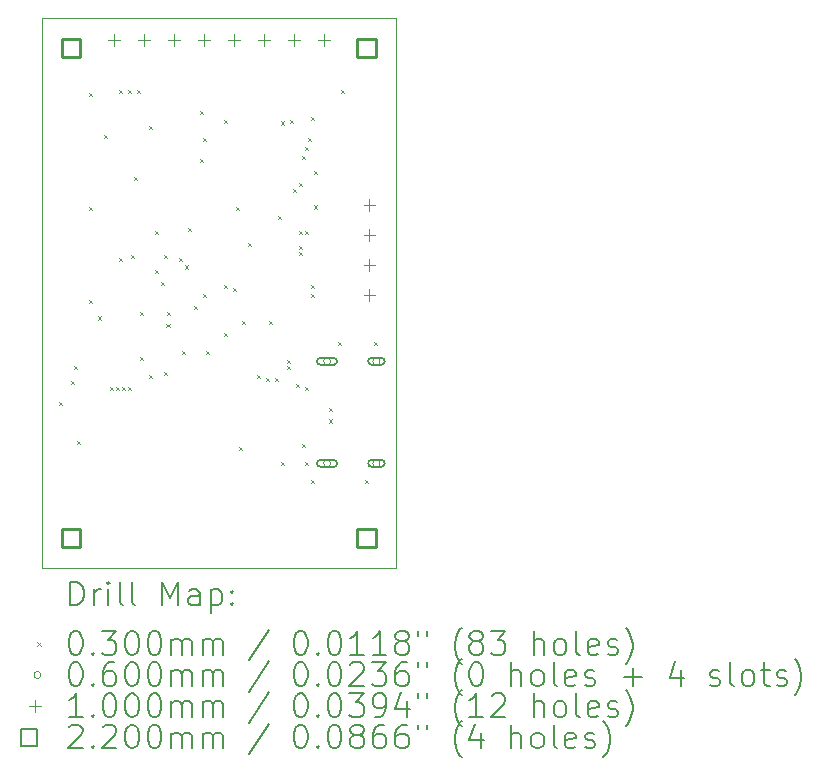
<source format=gbr>
%TF.GenerationSoftware,KiCad,Pcbnew,7.99.0-728-gadc213a04d-dirty*%
%TF.CreationDate,2023-04-29T04:02:41+08:00*%
%TF.ProjectId,HeartRateMonitor,48656172-7452-4617-9465-4d6f6e69746f,rev?*%
%TF.SameCoordinates,Original*%
%TF.FileFunction,Drillmap*%
%TF.FilePolarity,Positive*%
%FSLAX45Y45*%
G04 Gerber Fmt 4.5, Leading zero omitted, Abs format (unit mm)*
G04 Created by KiCad (PCBNEW 7.99.0-728-gadc213a04d-dirty) date 2023-04-29 04:02:41*
%MOMM*%
%LPD*%
G01*
G04 APERTURE LIST*
%ADD10C,0.100000*%
%ADD11C,0.200000*%
%ADD12C,0.030000*%
%ADD13C,0.060000*%
%ADD14C,0.220000*%
G04 APERTURE END LIST*
D10*
X10000000Y-10000000D02*
X13000000Y-10000000D01*
X13000000Y-14650000D01*
X10000000Y-14650000D01*
X10000000Y-10000000D01*
D11*
D12*
X10145000Y-13243800D02*
X10175000Y-13273800D01*
X10175000Y-13243800D02*
X10145000Y-13273800D01*
X10246600Y-13066000D02*
X10276600Y-13096000D01*
X10276600Y-13066000D02*
X10246600Y-13096000D01*
X10272000Y-12939000D02*
X10302000Y-12969000D01*
X10302000Y-12939000D02*
X10272000Y-12969000D01*
X10297400Y-13574000D02*
X10327400Y-13604000D01*
X10327400Y-13574000D02*
X10297400Y-13604000D01*
X10399000Y-10627600D02*
X10429000Y-10657600D01*
X10429000Y-10627600D02*
X10399000Y-10657600D01*
X10399000Y-11592800D02*
X10429000Y-11622800D01*
X10429000Y-11592800D02*
X10399000Y-11622800D01*
X10399000Y-12380200D02*
X10429000Y-12410200D01*
X10429000Y-12380200D02*
X10399000Y-12410200D01*
X10475200Y-12522650D02*
X10505200Y-12552650D01*
X10505200Y-12522650D02*
X10475200Y-12552650D01*
X10526000Y-10983200D02*
X10556000Y-11013200D01*
X10556000Y-10983200D02*
X10526000Y-11013200D01*
X10576800Y-13116800D02*
X10606800Y-13146800D01*
X10606800Y-13116800D02*
X10576800Y-13146800D01*
X10627600Y-13116800D02*
X10657600Y-13146800D01*
X10657600Y-13116800D02*
X10627600Y-13146800D01*
X10653000Y-10602200D02*
X10683000Y-10632200D01*
X10683000Y-10602200D02*
X10653000Y-10632200D01*
X10653000Y-12024600D02*
X10683000Y-12054600D01*
X10683000Y-12024600D02*
X10653000Y-12054600D01*
X10678400Y-13116800D02*
X10708400Y-13146800D01*
X10708400Y-13116800D02*
X10678400Y-13146800D01*
X10729200Y-10602200D02*
X10759200Y-10632200D01*
X10759200Y-10602200D02*
X10729200Y-10632200D01*
X10729200Y-13116800D02*
X10759200Y-13146800D01*
X10759200Y-13116800D02*
X10729200Y-13146800D01*
X10754600Y-11999200D02*
X10784600Y-12029200D01*
X10784600Y-11999200D02*
X10754600Y-12029200D01*
X10780000Y-11338800D02*
X10810000Y-11368800D01*
X10810000Y-11338800D02*
X10780000Y-11368800D01*
X10805400Y-10602200D02*
X10835400Y-10632200D01*
X10835400Y-10602200D02*
X10805400Y-10632200D01*
X10830800Y-12481800D02*
X10860800Y-12511800D01*
X10860800Y-12481800D02*
X10830800Y-12511800D01*
X10830800Y-12862800D02*
X10860800Y-12892800D01*
X10860800Y-12862800D02*
X10830800Y-12892800D01*
X10907000Y-10907000D02*
X10937000Y-10937000D01*
X10937000Y-10907000D02*
X10907000Y-10937000D01*
X10907000Y-13015200D02*
X10937000Y-13045200D01*
X10937000Y-13015200D02*
X10907000Y-13045200D01*
X10957800Y-11796000D02*
X10987800Y-11826000D01*
X10987800Y-11796000D02*
X10957800Y-11826000D01*
X10957800Y-12126200D02*
X10987800Y-12156200D01*
X10987800Y-12126200D02*
X10957800Y-12156200D01*
X11008600Y-12227800D02*
X11038600Y-12257800D01*
X11038600Y-12227800D02*
X11008600Y-12257800D01*
X11034000Y-11999200D02*
X11064000Y-12029200D01*
X11064000Y-11999200D02*
X11034000Y-12029200D01*
X11034000Y-12989800D02*
X11064000Y-13019800D01*
X11064000Y-12989800D02*
X11034000Y-13019800D01*
X11054350Y-12583400D02*
X11084350Y-12613400D01*
X11084350Y-12583400D02*
X11054350Y-12613400D01*
X11059400Y-12481800D02*
X11089400Y-12511800D01*
X11089400Y-12481800D02*
X11059400Y-12511800D01*
X11161000Y-12024600D02*
X11191000Y-12054600D01*
X11191000Y-12024600D02*
X11161000Y-12054600D01*
X11186400Y-12812000D02*
X11216400Y-12842000D01*
X11216400Y-12812000D02*
X11186400Y-12842000D01*
X11211800Y-12088997D02*
X11241800Y-12118997D01*
X11241800Y-12088997D02*
X11211800Y-12118997D01*
X11237200Y-11770600D02*
X11267200Y-11800600D01*
X11267200Y-11770600D02*
X11237200Y-11800600D01*
X11288000Y-12431000D02*
X11318000Y-12461000D01*
X11318000Y-12431000D02*
X11288000Y-12461000D01*
X11338800Y-10780000D02*
X11368800Y-10810000D01*
X11368800Y-10780000D02*
X11338800Y-10810000D01*
X11338800Y-11186400D02*
X11368800Y-11216400D01*
X11368800Y-11186400D02*
X11338800Y-11216400D01*
X11364200Y-11008600D02*
X11394200Y-11038600D01*
X11394200Y-11008600D02*
X11364200Y-11038600D01*
X11364200Y-12329400D02*
X11394200Y-12359400D01*
X11394200Y-12329400D02*
X11364200Y-12359400D01*
X11389600Y-12812000D02*
X11419600Y-12842000D01*
X11419600Y-12812000D02*
X11389600Y-12842000D01*
X11542000Y-10856200D02*
X11572000Y-10886200D01*
X11572000Y-10856200D02*
X11542000Y-10886200D01*
X11542000Y-12253200D02*
X11572000Y-12283200D01*
X11572000Y-12253200D02*
X11542000Y-12283200D01*
X11542000Y-12659600D02*
X11572000Y-12689600D01*
X11572000Y-12659600D02*
X11542000Y-12689600D01*
X11618200Y-12278600D02*
X11648200Y-12308600D01*
X11648200Y-12278600D02*
X11618200Y-12308600D01*
X11643600Y-11592800D02*
X11673600Y-11622800D01*
X11673600Y-11592800D02*
X11643600Y-11622800D01*
X11669000Y-13624800D02*
X11699000Y-13654800D01*
X11699000Y-13624800D02*
X11669000Y-13654800D01*
X11694400Y-12558000D02*
X11724400Y-12588000D01*
X11724400Y-12558000D02*
X11694400Y-12588000D01*
X11745200Y-11897600D02*
X11775200Y-11927600D01*
X11775200Y-11897600D02*
X11745200Y-11927600D01*
X11821400Y-13015200D02*
X11851400Y-13045200D01*
X11851400Y-13015200D02*
X11821400Y-13045200D01*
X11897600Y-13040600D02*
X11927600Y-13070600D01*
X11927600Y-13040600D02*
X11897600Y-13070600D01*
X11923000Y-12558000D02*
X11953000Y-12588000D01*
X11953000Y-12558000D02*
X11923000Y-12588000D01*
X11973800Y-13040600D02*
X12003800Y-13070600D01*
X12003800Y-13040600D02*
X11973800Y-13070600D01*
X11999200Y-11669000D02*
X12029200Y-11699000D01*
X12029200Y-11669000D02*
X11999200Y-11699000D01*
X12024600Y-10869630D02*
X12054600Y-10899630D01*
X12054600Y-10869630D02*
X12024600Y-10899630D01*
X12024600Y-13751800D02*
X12054600Y-13781800D01*
X12054600Y-13751800D02*
X12024600Y-13781800D01*
X12075400Y-12888200D02*
X12105400Y-12918200D01*
X12105400Y-12888200D02*
X12075400Y-12918200D01*
X12075400Y-12939000D02*
X12105400Y-12969000D01*
X12105400Y-12939000D02*
X12075400Y-12969000D01*
X12100800Y-10856200D02*
X12130800Y-10886200D01*
X12130800Y-10856200D02*
X12100800Y-10886200D01*
X12126200Y-11440400D02*
X12156200Y-11470400D01*
X12156200Y-11440400D02*
X12126200Y-11470400D01*
X12151600Y-13091400D02*
X12181600Y-13121400D01*
X12181600Y-13091400D02*
X12151600Y-13121400D01*
X12177000Y-11389600D02*
X12207000Y-11419600D01*
X12207000Y-11389600D02*
X12177000Y-11419600D01*
X12177000Y-11796000D02*
X12207000Y-11826000D01*
X12207000Y-11796000D02*
X12177000Y-11826000D01*
X12177000Y-11923000D02*
X12207000Y-11953000D01*
X12207000Y-11923000D02*
X12177000Y-11953000D01*
X12177000Y-11973800D02*
X12207000Y-12003800D01*
X12207000Y-11973800D02*
X12177000Y-12003800D01*
X12202400Y-11161000D02*
X12232400Y-11191000D01*
X12232400Y-11161000D02*
X12202400Y-11191000D01*
X12202400Y-13599400D02*
X12232400Y-13629400D01*
X12232400Y-13599400D02*
X12202400Y-13629400D01*
X12227800Y-11084800D02*
X12257800Y-11114800D01*
X12257800Y-11084800D02*
X12227800Y-11114800D01*
X12227800Y-11796000D02*
X12257800Y-11826000D01*
X12257800Y-11796000D02*
X12227800Y-11826000D01*
X12227800Y-13116800D02*
X12257800Y-13146800D01*
X12257800Y-13116800D02*
X12227800Y-13146800D01*
X12227800Y-13751800D02*
X12257800Y-13781800D01*
X12257800Y-13751800D02*
X12227800Y-13781800D01*
X12253200Y-11008600D02*
X12283200Y-11038600D01*
X12283200Y-11008600D02*
X12253200Y-11038600D01*
X12278600Y-10830800D02*
X12308600Y-10860800D01*
X12308600Y-10830800D02*
X12278600Y-10860800D01*
X12278600Y-12253200D02*
X12308600Y-12283200D01*
X12308600Y-12253200D02*
X12278600Y-12283200D01*
X12278600Y-12329400D02*
X12308600Y-12359400D01*
X12308600Y-12329400D02*
X12278600Y-12359400D01*
X12278600Y-13904200D02*
X12308600Y-13934200D01*
X12308600Y-13904200D02*
X12278600Y-13934200D01*
X12304000Y-11288000D02*
X12334000Y-11318000D01*
X12334000Y-11288000D02*
X12304000Y-11318000D01*
X12304000Y-11580500D02*
X12334000Y-11610500D01*
X12334000Y-11580500D02*
X12304000Y-11610500D01*
X12431000Y-13294600D02*
X12461000Y-13324600D01*
X12461000Y-13294600D02*
X12431000Y-13324600D01*
X12431000Y-13395000D02*
X12461000Y-13425000D01*
X12461000Y-13395000D02*
X12431000Y-13425000D01*
X12507200Y-12735800D02*
X12537200Y-12765800D01*
X12537200Y-12735800D02*
X12507200Y-12765800D01*
X12532600Y-10602200D02*
X12562600Y-10632200D01*
X12562600Y-10602200D02*
X12532600Y-10632200D01*
X12735800Y-13904200D02*
X12765800Y-13934200D01*
X12765800Y-13904200D02*
X12735800Y-13934200D01*
X12812000Y-12735800D02*
X12842000Y-12765800D01*
X12842000Y-12735800D02*
X12812000Y-12765800D01*
D13*
X12447800Y-12903000D02*
G75*
G03*
X12447800Y-12903000I-30000J0D01*
G01*
D11*
X12472800Y-12873000D02*
X12362800Y-12873000D01*
X12362800Y-12873000D02*
G75*
G03*
X12362800Y-12933000I0J-30000D01*
G01*
X12362800Y-12933000D02*
X12472800Y-12933000D01*
X12472800Y-12933000D02*
G75*
G03*
X12472800Y-12873000I0J30000D01*
G01*
D13*
X12447800Y-13767000D02*
G75*
G03*
X12447800Y-13767000I-30000J0D01*
G01*
D11*
X12472800Y-13737000D02*
X12362800Y-13737000D01*
X12362800Y-13737000D02*
G75*
G03*
X12362800Y-13797000I0J-30000D01*
G01*
X12362800Y-13797000D02*
X12472800Y-13797000D01*
X12472800Y-13797000D02*
G75*
G03*
X12472800Y-13737000I0J30000D01*
G01*
D13*
X12865800Y-12903000D02*
G75*
G03*
X12865800Y-12903000I-30000J0D01*
G01*
D11*
X12875800Y-12873000D02*
X12795800Y-12873000D01*
X12795800Y-12873000D02*
G75*
G03*
X12795800Y-12933000I0J-30000D01*
G01*
X12795800Y-12933000D02*
X12875800Y-12933000D01*
X12875800Y-12933000D02*
G75*
G03*
X12875800Y-12873000I0J30000D01*
G01*
D13*
X12865800Y-13767000D02*
G75*
G03*
X12865800Y-13767000I-30000J0D01*
G01*
D11*
X12875800Y-13737000D02*
X12795800Y-13737000D01*
X12795800Y-13737000D02*
G75*
G03*
X12795800Y-13797000I0J-30000D01*
G01*
X12795800Y-13797000D02*
X12875800Y-13797000D01*
X12875800Y-13797000D02*
G75*
G03*
X12875800Y-13737000I0J30000D01*
G01*
D10*
X10611000Y-10135400D02*
X10611000Y-10235400D01*
X10561000Y-10185400D02*
X10661000Y-10185400D01*
X10865000Y-10135400D02*
X10865000Y-10235400D01*
X10815000Y-10185400D02*
X10915000Y-10185400D01*
X11119000Y-10135400D02*
X11119000Y-10235400D01*
X11069000Y-10185400D02*
X11169000Y-10185400D01*
X11373000Y-10135400D02*
X11373000Y-10235400D01*
X11323000Y-10185400D02*
X11423000Y-10185400D01*
X11627000Y-10135400D02*
X11627000Y-10235400D01*
X11577000Y-10185400D02*
X11677000Y-10185400D01*
X11881000Y-10135400D02*
X11881000Y-10235400D01*
X11831000Y-10185400D02*
X11931000Y-10185400D01*
X12135000Y-10135400D02*
X12135000Y-10235400D01*
X12085000Y-10185400D02*
X12185000Y-10185400D01*
X12389000Y-10135400D02*
X12389000Y-10235400D01*
X12339000Y-10185400D02*
X12439000Y-10185400D01*
X12776200Y-11532400D02*
X12776200Y-11632400D01*
X12726200Y-11582400D02*
X12826200Y-11582400D01*
X12776200Y-11786400D02*
X12776200Y-11886400D01*
X12726200Y-11836400D02*
X12826200Y-11836400D01*
X12776200Y-12040400D02*
X12776200Y-12140400D01*
X12726200Y-12090400D02*
X12826200Y-12090400D01*
X12776200Y-12294400D02*
X12776200Y-12394400D01*
X12726200Y-12344400D02*
X12826200Y-12344400D01*
D14*
X10327783Y-10327783D02*
X10327783Y-10172218D01*
X10172218Y-10172218D01*
X10172218Y-10327783D01*
X10327783Y-10327783D01*
X10327783Y-14477782D02*
X10327783Y-14322217D01*
X10172218Y-14322217D01*
X10172218Y-14477782D01*
X10327783Y-14477782D01*
X12827782Y-10327783D02*
X12827782Y-10172218D01*
X12672217Y-10172218D01*
X12672217Y-10327783D01*
X12827782Y-10327783D01*
X12827782Y-14477782D02*
X12827782Y-14322217D01*
X12672217Y-14322217D01*
X12672217Y-14477782D01*
X12827782Y-14477782D01*
D11*
X10242619Y-14967524D02*
X10242619Y-14767524D01*
X10242619Y-14767524D02*
X10290238Y-14767524D01*
X10290238Y-14767524D02*
X10318810Y-14777048D01*
X10318810Y-14777048D02*
X10337857Y-14796095D01*
X10337857Y-14796095D02*
X10347381Y-14815143D01*
X10347381Y-14815143D02*
X10356905Y-14853238D01*
X10356905Y-14853238D02*
X10356905Y-14881809D01*
X10356905Y-14881809D02*
X10347381Y-14919905D01*
X10347381Y-14919905D02*
X10337857Y-14938952D01*
X10337857Y-14938952D02*
X10318810Y-14958000D01*
X10318810Y-14958000D02*
X10290238Y-14967524D01*
X10290238Y-14967524D02*
X10242619Y-14967524D01*
X10442619Y-14967524D02*
X10442619Y-14834190D01*
X10442619Y-14872286D02*
X10452143Y-14853238D01*
X10452143Y-14853238D02*
X10461667Y-14843714D01*
X10461667Y-14843714D02*
X10480714Y-14834190D01*
X10480714Y-14834190D02*
X10499762Y-14834190D01*
X10566429Y-14967524D02*
X10566429Y-14834190D01*
X10566429Y-14767524D02*
X10556905Y-14777048D01*
X10556905Y-14777048D02*
X10566429Y-14786571D01*
X10566429Y-14786571D02*
X10575952Y-14777048D01*
X10575952Y-14777048D02*
X10566429Y-14767524D01*
X10566429Y-14767524D02*
X10566429Y-14786571D01*
X10690238Y-14967524D02*
X10671190Y-14958000D01*
X10671190Y-14958000D02*
X10661667Y-14938952D01*
X10661667Y-14938952D02*
X10661667Y-14767524D01*
X10795000Y-14967524D02*
X10775952Y-14958000D01*
X10775952Y-14958000D02*
X10766429Y-14938952D01*
X10766429Y-14938952D02*
X10766429Y-14767524D01*
X11023571Y-14967524D02*
X11023571Y-14767524D01*
X11023571Y-14767524D02*
X11090238Y-14910381D01*
X11090238Y-14910381D02*
X11156905Y-14767524D01*
X11156905Y-14767524D02*
X11156905Y-14967524D01*
X11337857Y-14967524D02*
X11337857Y-14862762D01*
X11337857Y-14862762D02*
X11328333Y-14843714D01*
X11328333Y-14843714D02*
X11309286Y-14834190D01*
X11309286Y-14834190D02*
X11271190Y-14834190D01*
X11271190Y-14834190D02*
X11252143Y-14843714D01*
X11337857Y-14958000D02*
X11318809Y-14967524D01*
X11318809Y-14967524D02*
X11271190Y-14967524D01*
X11271190Y-14967524D02*
X11252143Y-14958000D01*
X11252143Y-14958000D02*
X11242619Y-14938952D01*
X11242619Y-14938952D02*
X11242619Y-14919905D01*
X11242619Y-14919905D02*
X11252143Y-14900857D01*
X11252143Y-14900857D02*
X11271190Y-14891333D01*
X11271190Y-14891333D02*
X11318809Y-14891333D01*
X11318809Y-14891333D02*
X11337857Y-14881809D01*
X11433095Y-14834190D02*
X11433095Y-15034190D01*
X11433095Y-14843714D02*
X11452143Y-14834190D01*
X11452143Y-14834190D02*
X11490238Y-14834190D01*
X11490238Y-14834190D02*
X11509286Y-14843714D01*
X11509286Y-14843714D02*
X11518809Y-14853238D01*
X11518809Y-14853238D02*
X11528333Y-14872286D01*
X11528333Y-14872286D02*
X11528333Y-14929428D01*
X11528333Y-14929428D02*
X11518809Y-14948476D01*
X11518809Y-14948476D02*
X11509286Y-14958000D01*
X11509286Y-14958000D02*
X11490238Y-14967524D01*
X11490238Y-14967524D02*
X11452143Y-14967524D01*
X11452143Y-14967524D02*
X11433095Y-14958000D01*
X11614048Y-14948476D02*
X11623571Y-14958000D01*
X11623571Y-14958000D02*
X11614048Y-14967524D01*
X11614048Y-14967524D02*
X11604524Y-14958000D01*
X11604524Y-14958000D02*
X11614048Y-14948476D01*
X11614048Y-14948476D02*
X11614048Y-14967524D01*
X11614048Y-14843714D02*
X11623571Y-14853238D01*
X11623571Y-14853238D02*
X11614048Y-14862762D01*
X11614048Y-14862762D02*
X11604524Y-14853238D01*
X11604524Y-14853238D02*
X11614048Y-14843714D01*
X11614048Y-14843714D02*
X11614048Y-14862762D01*
D12*
X9965000Y-15280000D02*
X9995000Y-15310000D01*
X9995000Y-15280000D02*
X9965000Y-15310000D01*
D11*
X10280714Y-15187524D02*
X10299762Y-15187524D01*
X10299762Y-15187524D02*
X10318810Y-15197048D01*
X10318810Y-15197048D02*
X10328333Y-15206571D01*
X10328333Y-15206571D02*
X10337857Y-15225619D01*
X10337857Y-15225619D02*
X10347381Y-15263714D01*
X10347381Y-15263714D02*
X10347381Y-15311333D01*
X10347381Y-15311333D02*
X10337857Y-15349428D01*
X10337857Y-15349428D02*
X10328333Y-15368476D01*
X10328333Y-15368476D02*
X10318810Y-15378000D01*
X10318810Y-15378000D02*
X10299762Y-15387524D01*
X10299762Y-15387524D02*
X10280714Y-15387524D01*
X10280714Y-15387524D02*
X10261667Y-15378000D01*
X10261667Y-15378000D02*
X10252143Y-15368476D01*
X10252143Y-15368476D02*
X10242619Y-15349428D01*
X10242619Y-15349428D02*
X10233095Y-15311333D01*
X10233095Y-15311333D02*
X10233095Y-15263714D01*
X10233095Y-15263714D02*
X10242619Y-15225619D01*
X10242619Y-15225619D02*
X10252143Y-15206571D01*
X10252143Y-15206571D02*
X10261667Y-15197048D01*
X10261667Y-15197048D02*
X10280714Y-15187524D01*
X10433095Y-15368476D02*
X10442619Y-15378000D01*
X10442619Y-15378000D02*
X10433095Y-15387524D01*
X10433095Y-15387524D02*
X10423571Y-15378000D01*
X10423571Y-15378000D02*
X10433095Y-15368476D01*
X10433095Y-15368476D02*
X10433095Y-15387524D01*
X10509286Y-15187524D02*
X10633095Y-15187524D01*
X10633095Y-15187524D02*
X10566429Y-15263714D01*
X10566429Y-15263714D02*
X10595000Y-15263714D01*
X10595000Y-15263714D02*
X10614048Y-15273238D01*
X10614048Y-15273238D02*
X10623571Y-15282762D01*
X10623571Y-15282762D02*
X10633095Y-15301809D01*
X10633095Y-15301809D02*
X10633095Y-15349428D01*
X10633095Y-15349428D02*
X10623571Y-15368476D01*
X10623571Y-15368476D02*
X10614048Y-15378000D01*
X10614048Y-15378000D02*
X10595000Y-15387524D01*
X10595000Y-15387524D02*
X10537857Y-15387524D01*
X10537857Y-15387524D02*
X10518810Y-15378000D01*
X10518810Y-15378000D02*
X10509286Y-15368476D01*
X10756905Y-15187524D02*
X10775952Y-15187524D01*
X10775952Y-15187524D02*
X10795000Y-15197048D01*
X10795000Y-15197048D02*
X10804524Y-15206571D01*
X10804524Y-15206571D02*
X10814048Y-15225619D01*
X10814048Y-15225619D02*
X10823571Y-15263714D01*
X10823571Y-15263714D02*
X10823571Y-15311333D01*
X10823571Y-15311333D02*
X10814048Y-15349428D01*
X10814048Y-15349428D02*
X10804524Y-15368476D01*
X10804524Y-15368476D02*
X10795000Y-15378000D01*
X10795000Y-15378000D02*
X10775952Y-15387524D01*
X10775952Y-15387524D02*
X10756905Y-15387524D01*
X10756905Y-15387524D02*
X10737857Y-15378000D01*
X10737857Y-15378000D02*
X10728333Y-15368476D01*
X10728333Y-15368476D02*
X10718810Y-15349428D01*
X10718810Y-15349428D02*
X10709286Y-15311333D01*
X10709286Y-15311333D02*
X10709286Y-15263714D01*
X10709286Y-15263714D02*
X10718810Y-15225619D01*
X10718810Y-15225619D02*
X10728333Y-15206571D01*
X10728333Y-15206571D02*
X10737857Y-15197048D01*
X10737857Y-15197048D02*
X10756905Y-15187524D01*
X10947381Y-15187524D02*
X10966429Y-15187524D01*
X10966429Y-15187524D02*
X10985476Y-15197048D01*
X10985476Y-15197048D02*
X10995000Y-15206571D01*
X10995000Y-15206571D02*
X11004524Y-15225619D01*
X11004524Y-15225619D02*
X11014048Y-15263714D01*
X11014048Y-15263714D02*
X11014048Y-15311333D01*
X11014048Y-15311333D02*
X11004524Y-15349428D01*
X11004524Y-15349428D02*
X10995000Y-15368476D01*
X10995000Y-15368476D02*
X10985476Y-15378000D01*
X10985476Y-15378000D02*
X10966429Y-15387524D01*
X10966429Y-15387524D02*
X10947381Y-15387524D01*
X10947381Y-15387524D02*
X10928333Y-15378000D01*
X10928333Y-15378000D02*
X10918810Y-15368476D01*
X10918810Y-15368476D02*
X10909286Y-15349428D01*
X10909286Y-15349428D02*
X10899762Y-15311333D01*
X10899762Y-15311333D02*
X10899762Y-15263714D01*
X10899762Y-15263714D02*
X10909286Y-15225619D01*
X10909286Y-15225619D02*
X10918810Y-15206571D01*
X10918810Y-15206571D02*
X10928333Y-15197048D01*
X10928333Y-15197048D02*
X10947381Y-15187524D01*
X11099762Y-15387524D02*
X11099762Y-15254190D01*
X11099762Y-15273238D02*
X11109286Y-15263714D01*
X11109286Y-15263714D02*
X11128333Y-15254190D01*
X11128333Y-15254190D02*
X11156905Y-15254190D01*
X11156905Y-15254190D02*
X11175952Y-15263714D01*
X11175952Y-15263714D02*
X11185476Y-15282762D01*
X11185476Y-15282762D02*
X11185476Y-15387524D01*
X11185476Y-15282762D02*
X11195000Y-15263714D01*
X11195000Y-15263714D02*
X11214048Y-15254190D01*
X11214048Y-15254190D02*
X11242619Y-15254190D01*
X11242619Y-15254190D02*
X11261667Y-15263714D01*
X11261667Y-15263714D02*
X11271190Y-15282762D01*
X11271190Y-15282762D02*
X11271190Y-15387524D01*
X11366429Y-15387524D02*
X11366429Y-15254190D01*
X11366429Y-15273238D02*
X11375952Y-15263714D01*
X11375952Y-15263714D02*
X11395000Y-15254190D01*
X11395000Y-15254190D02*
X11423571Y-15254190D01*
X11423571Y-15254190D02*
X11442619Y-15263714D01*
X11442619Y-15263714D02*
X11452143Y-15282762D01*
X11452143Y-15282762D02*
X11452143Y-15387524D01*
X11452143Y-15282762D02*
X11461667Y-15263714D01*
X11461667Y-15263714D02*
X11480714Y-15254190D01*
X11480714Y-15254190D02*
X11509286Y-15254190D01*
X11509286Y-15254190D02*
X11528333Y-15263714D01*
X11528333Y-15263714D02*
X11537857Y-15282762D01*
X11537857Y-15282762D02*
X11537857Y-15387524D01*
X11928333Y-15178000D02*
X11756905Y-15435143D01*
X12185476Y-15187524D02*
X12204524Y-15187524D01*
X12204524Y-15187524D02*
X12223572Y-15197048D01*
X12223572Y-15197048D02*
X12233095Y-15206571D01*
X12233095Y-15206571D02*
X12242619Y-15225619D01*
X12242619Y-15225619D02*
X12252143Y-15263714D01*
X12252143Y-15263714D02*
X12252143Y-15311333D01*
X12252143Y-15311333D02*
X12242619Y-15349428D01*
X12242619Y-15349428D02*
X12233095Y-15368476D01*
X12233095Y-15368476D02*
X12223572Y-15378000D01*
X12223572Y-15378000D02*
X12204524Y-15387524D01*
X12204524Y-15387524D02*
X12185476Y-15387524D01*
X12185476Y-15387524D02*
X12166429Y-15378000D01*
X12166429Y-15378000D02*
X12156905Y-15368476D01*
X12156905Y-15368476D02*
X12147381Y-15349428D01*
X12147381Y-15349428D02*
X12137857Y-15311333D01*
X12137857Y-15311333D02*
X12137857Y-15263714D01*
X12137857Y-15263714D02*
X12147381Y-15225619D01*
X12147381Y-15225619D02*
X12156905Y-15206571D01*
X12156905Y-15206571D02*
X12166429Y-15197048D01*
X12166429Y-15197048D02*
X12185476Y-15187524D01*
X12337857Y-15368476D02*
X12347381Y-15378000D01*
X12347381Y-15378000D02*
X12337857Y-15387524D01*
X12337857Y-15387524D02*
X12328333Y-15378000D01*
X12328333Y-15378000D02*
X12337857Y-15368476D01*
X12337857Y-15368476D02*
X12337857Y-15387524D01*
X12471191Y-15187524D02*
X12490238Y-15187524D01*
X12490238Y-15187524D02*
X12509286Y-15197048D01*
X12509286Y-15197048D02*
X12518810Y-15206571D01*
X12518810Y-15206571D02*
X12528333Y-15225619D01*
X12528333Y-15225619D02*
X12537857Y-15263714D01*
X12537857Y-15263714D02*
X12537857Y-15311333D01*
X12537857Y-15311333D02*
X12528333Y-15349428D01*
X12528333Y-15349428D02*
X12518810Y-15368476D01*
X12518810Y-15368476D02*
X12509286Y-15378000D01*
X12509286Y-15378000D02*
X12490238Y-15387524D01*
X12490238Y-15387524D02*
X12471191Y-15387524D01*
X12471191Y-15387524D02*
X12452143Y-15378000D01*
X12452143Y-15378000D02*
X12442619Y-15368476D01*
X12442619Y-15368476D02*
X12433095Y-15349428D01*
X12433095Y-15349428D02*
X12423572Y-15311333D01*
X12423572Y-15311333D02*
X12423572Y-15263714D01*
X12423572Y-15263714D02*
X12433095Y-15225619D01*
X12433095Y-15225619D02*
X12442619Y-15206571D01*
X12442619Y-15206571D02*
X12452143Y-15197048D01*
X12452143Y-15197048D02*
X12471191Y-15187524D01*
X12728333Y-15387524D02*
X12614048Y-15387524D01*
X12671191Y-15387524D02*
X12671191Y-15187524D01*
X12671191Y-15187524D02*
X12652143Y-15216095D01*
X12652143Y-15216095D02*
X12633095Y-15235143D01*
X12633095Y-15235143D02*
X12614048Y-15244667D01*
X12918810Y-15387524D02*
X12804524Y-15387524D01*
X12861667Y-15387524D02*
X12861667Y-15187524D01*
X12861667Y-15187524D02*
X12842619Y-15216095D01*
X12842619Y-15216095D02*
X12823572Y-15235143D01*
X12823572Y-15235143D02*
X12804524Y-15244667D01*
X13033095Y-15273238D02*
X13014048Y-15263714D01*
X13014048Y-15263714D02*
X13004524Y-15254190D01*
X13004524Y-15254190D02*
X12995000Y-15235143D01*
X12995000Y-15235143D02*
X12995000Y-15225619D01*
X12995000Y-15225619D02*
X13004524Y-15206571D01*
X13004524Y-15206571D02*
X13014048Y-15197048D01*
X13014048Y-15197048D02*
X13033095Y-15187524D01*
X13033095Y-15187524D02*
X13071191Y-15187524D01*
X13071191Y-15187524D02*
X13090238Y-15197048D01*
X13090238Y-15197048D02*
X13099762Y-15206571D01*
X13099762Y-15206571D02*
X13109286Y-15225619D01*
X13109286Y-15225619D02*
X13109286Y-15235143D01*
X13109286Y-15235143D02*
X13099762Y-15254190D01*
X13099762Y-15254190D02*
X13090238Y-15263714D01*
X13090238Y-15263714D02*
X13071191Y-15273238D01*
X13071191Y-15273238D02*
X13033095Y-15273238D01*
X13033095Y-15273238D02*
X13014048Y-15282762D01*
X13014048Y-15282762D02*
X13004524Y-15292286D01*
X13004524Y-15292286D02*
X12995000Y-15311333D01*
X12995000Y-15311333D02*
X12995000Y-15349428D01*
X12995000Y-15349428D02*
X13004524Y-15368476D01*
X13004524Y-15368476D02*
X13014048Y-15378000D01*
X13014048Y-15378000D02*
X13033095Y-15387524D01*
X13033095Y-15387524D02*
X13071191Y-15387524D01*
X13071191Y-15387524D02*
X13090238Y-15378000D01*
X13090238Y-15378000D02*
X13099762Y-15368476D01*
X13099762Y-15368476D02*
X13109286Y-15349428D01*
X13109286Y-15349428D02*
X13109286Y-15311333D01*
X13109286Y-15311333D02*
X13099762Y-15292286D01*
X13099762Y-15292286D02*
X13090238Y-15282762D01*
X13090238Y-15282762D02*
X13071191Y-15273238D01*
X13185476Y-15187524D02*
X13185476Y-15225619D01*
X13261667Y-15187524D02*
X13261667Y-15225619D01*
X13556905Y-15463714D02*
X13547381Y-15454190D01*
X13547381Y-15454190D02*
X13528334Y-15425619D01*
X13528334Y-15425619D02*
X13518810Y-15406571D01*
X13518810Y-15406571D02*
X13509286Y-15378000D01*
X13509286Y-15378000D02*
X13499762Y-15330381D01*
X13499762Y-15330381D02*
X13499762Y-15292286D01*
X13499762Y-15292286D02*
X13509286Y-15244667D01*
X13509286Y-15244667D02*
X13518810Y-15216095D01*
X13518810Y-15216095D02*
X13528334Y-15197048D01*
X13528334Y-15197048D02*
X13547381Y-15168476D01*
X13547381Y-15168476D02*
X13556905Y-15158952D01*
X13661667Y-15273238D02*
X13642619Y-15263714D01*
X13642619Y-15263714D02*
X13633095Y-15254190D01*
X13633095Y-15254190D02*
X13623572Y-15235143D01*
X13623572Y-15235143D02*
X13623572Y-15225619D01*
X13623572Y-15225619D02*
X13633095Y-15206571D01*
X13633095Y-15206571D02*
X13642619Y-15197048D01*
X13642619Y-15197048D02*
X13661667Y-15187524D01*
X13661667Y-15187524D02*
X13699762Y-15187524D01*
X13699762Y-15187524D02*
X13718810Y-15197048D01*
X13718810Y-15197048D02*
X13728334Y-15206571D01*
X13728334Y-15206571D02*
X13737857Y-15225619D01*
X13737857Y-15225619D02*
X13737857Y-15235143D01*
X13737857Y-15235143D02*
X13728334Y-15254190D01*
X13728334Y-15254190D02*
X13718810Y-15263714D01*
X13718810Y-15263714D02*
X13699762Y-15273238D01*
X13699762Y-15273238D02*
X13661667Y-15273238D01*
X13661667Y-15273238D02*
X13642619Y-15282762D01*
X13642619Y-15282762D02*
X13633095Y-15292286D01*
X13633095Y-15292286D02*
X13623572Y-15311333D01*
X13623572Y-15311333D02*
X13623572Y-15349428D01*
X13623572Y-15349428D02*
X13633095Y-15368476D01*
X13633095Y-15368476D02*
X13642619Y-15378000D01*
X13642619Y-15378000D02*
X13661667Y-15387524D01*
X13661667Y-15387524D02*
X13699762Y-15387524D01*
X13699762Y-15387524D02*
X13718810Y-15378000D01*
X13718810Y-15378000D02*
X13728334Y-15368476D01*
X13728334Y-15368476D02*
X13737857Y-15349428D01*
X13737857Y-15349428D02*
X13737857Y-15311333D01*
X13737857Y-15311333D02*
X13728334Y-15292286D01*
X13728334Y-15292286D02*
X13718810Y-15282762D01*
X13718810Y-15282762D02*
X13699762Y-15273238D01*
X13804524Y-15187524D02*
X13928334Y-15187524D01*
X13928334Y-15187524D02*
X13861667Y-15263714D01*
X13861667Y-15263714D02*
X13890238Y-15263714D01*
X13890238Y-15263714D02*
X13909286Y-15273238D01*
X13909286Y-15273238D02*
X13918810Y-15282762D01*
X13918810Y-15282762D02*
X13928334Y-15301809D01*
X13928334Y-15301809D02*
X13928334Y-15349428D01*
X13928334Y-15349428D02*
X13918810Y-15368476D01*
X13918810Y-15368476D02*
X13909286Y-15378000D01*
X13909286Y-15378000D02*
X13890238Y-15387524D01*
X13890238Y-15387524D02*
X13833095Y-15387524D01*
X13833095Y-15387524D02*
X13814048Y-15378000D01*
X13814048Y-15378000D02*
X13804524Y-15368476D01*
X14166429Y-15387524D02*
X14166429Y-15187524D01*
X14252143Y-15387524D02*
X14252143Y-15282762D01*
X14252143Y-15282762D02*
X14242619Y-15263714D01*
X14242619Y-15263714D02*
X14223572Y-15254190D01*
X14223572Y-15254190D02*
X14195000Y-15254190D01*
X14195000Y-15254190D02*
X14175953Y-15263714D01*
X14175953Y-15263714D02*
X14166429Y-15273238D01*
X14375953Y-15387524D02*
X14356905Y-15378000D01*
X14356905Y-15378000D02*
X14347381Y-15368476D01*
X14347381Y-15368476D02*
X14337857Y-15349428D01*
X14337857Y-15349428D02*
X14337857Y-15292286D01*
X14337857Y-15292286D02*
X14347381Y-15273238D01*
X14347381Y-15273238D02*
X14356905Y-15263714D01*
X14356905Y-15263714D02*
X14375953Y-15254190D01*
X14375953Y-15254190D02*
X14404524Y-15254190D01*
X14404524Y-15254190D02*
X14423572Y-15263714D01*
X14423572Y-15263714D02*
X14433096Y-15273238D01*
X14433096Y-15273238D02*
X14442619Y-15292286D01*
X14442619Y-15292286D02*
X14442619Y-15349428D01*
X14442619Y-15349428D02*
X14433096Y-15368476D01*
X14433096Y-15368476D02*
X14423572Y-15378000D01*
X14423572Y-15378000D02*
X14404524Y-15387524D01*
X14404524Y-15387524D02*
X14375953Y-15387524D01*
X14556905Y-15387524D02*
X14537857Y-15378000D01*
X14537857Y-15378000D02*
X14528334Y-15358952D01*
X14528334Y-15358952D02*
X14528334Y-15187524D01*
X14709286Y-15378000D02*
X14690238Y-15387524D01*
X14690238Y-15387524D02*
X14652143Y-15387524D01*
X14652143Y-15387524D02*
X14633096Y-15378000D01*
X14633096Y-15378000D02*
X14623572Y-15358952D01*
X14623572Y-15358952D02*
X14623572Y-15282762D01*
X14623572Y-15282762D02*
X14633096Y-15263714D01*
X14633096Y-15263714D02*
X14652143Y-15254190D01*
X14652143Y-15254190D02*
X14690238Y-15254190D01*
X14690238Y-15254190D02*
X14709286Y-15263714D01*
X14709286Y-15263714D02*
X14718810Y-15282762D01*
X14718810Y-15282762D02*
X14718810Y-15301809D01*
X14718810Y-15301809D02*
X14623572Y-15320857D01*
X14795000Y-15378000D02*
X14814048Y-15387524D01*
X14814048Y-15387524D02*
X14852143Y-15387524D01*
X14852143Y-15387524D02*
X14871191Y-15378000D01*
X14871191Y-15378000D02*
X14880715Y-15358952D01*
X14880715Y-15358952D02*
X14880715Y-15349428D01*
X14880715Y-15349428D02*
X14871191Y-15330381D01*
X14871191Y-15330381D02*
X14852143Y-15320857D01*
X14852143Y-15320857D02*
X14823572Y-15320857D01*
X14823572Y-15320857D02*
X14804524Y-15311333D01*
X14804524Y-15311333D02*
X14795000Y-15292286D01*
X14795000Y-15292286D02*
X14795000Y-15282762D01*
X14795000Y-15282762D02*
X14804524Y-15263714D01*
X14804524Y-15263714D02*
X14823572Y-15254190D01*
X14823572Y-15254190D02*
X14852143Y-15254190D01*
X14852143Y-15254190D02*
X14871191Y-15263714D01*
X14947381Y-15463714D02*
X14956905Y-15454190D01*
X14956905Y-15454190D02*
X14975953Y-15425619D01*
X14975953Y-15425619D02*
X14985477Y-15406571D01*
X14985477Y-15406571D02*
X14995000Y-15378000D01*
X14995000Y-15378000D02*
X15004524Y-15330381D01*
X15004524Y-15330381D02*
X15004524Y-15292286D01*
X15004524Y-15292286D02*
X14995000Y-15244667D01*
X14995000Y-15244667D02*
X14985477Y-15216095D01*
X14985477Y-15216095D02*
X14975953Y-15197048D01*
X14975953Y-15197048D02*
X14956905Y-15168476D01*
X14956905Y-15168476D02*
X14947381Y-15158952D01*
D13*
X9995000Y-15559000D02*
G75*
G03*
X9995000Y-15559000I-30000J0D01*
G01*
D11*
X10280714Y-15451524D02*
X10299762Y-15451524D01*
X10299762Y-15451524D02*
X10318810Y-15461048D01*
X10318810Y-15461048D02*
X10328333Y-15470571D01*
X10328333Y-15470571D02*
X10337857Y-15489619D01*
X10337857Y-15489619D02*
X10347381Y-15527714D01*
X10347381Y-15527714D02*
X10347381Y-15575333D01*
X10347381Y-15575333D02*
X10337857Y-15613428D01*
X10337857Y-15613428D02*
X10328333Y-15632476D01*
X10328333Y-15632476D02*
X10318810Y-15642000D01*
X10318810Y-15642000D02*
X10299762Y-15651524D01*
X10299762Y-15651524D02*
X10280714Y-15651524D01*
X10280714Y-15651524D02*
X10261667Y-15642000D01*
X10261667Y-15642000D02*
X10252143Y-15632476D01*
X10252143Y-15632476D02*
X10242619Y-15613428D01*
X10242619Y-15613428D02*
X10233095Y-15575333D01*
X10233095Y-15575333D02*
X10233095Y-15527714D01*
X10233095Y-15527714D02*
X10242619Y-15489619D01*
X10242619Y-15489619D02*
X10252143Y-15470571D01*
X10252143Y-15470571D02*
X10261667Y-15461048D01*
X10261667Y-15461048D02*
X10280714Y-15451524D01*
X10433095Y-15632476D02*
X10442619Y-15642000D01*
X10442619Y-15642000D02*
X10433095Y-15651524D01*
X10433095Y-15651524D02*
X10423571Y-15642000D01*
X10423571Y-15642000D02*
X10433095Y-15632476D01*
X10433095Y-15632476D02*
X10433095Y-15651524D01*
X10614048Y-15451524D02*
X10575952Y-15451524D01*
X10575952Y-15451524D02*
X10556905Y-15461048D01*
X10556905Y-15461048D02*
X10547381Y-15470571D01*
X10547381Y-15470571D02*
X10528333Y-15499143D01*
X10528333Y-15499143D02*
X10518810Y-15537238D01*
X10518810Y-15537238D02*
X10518810Y-15613428D01*
X10518810Y-15613428D02*
X10528333Y-15632476D01*
X10528333Y-15632476D02*
X10537857Y-15642000D01*
X10537857Y-15642000D02*
X10556905Y-15651524D01*
X10556905Y-15651524D02*
X10595000Y-15651524D01*
X10595000Y-15651524D02*
X10614048Y-15642000D01*
X10614048Y-15642000D02*
X10623571Y-15632476D01*
X10623571Y-15632476D02*
X10633095Y-15613428D01*
X10633095Y-15613428D02*
X10633095Y-15565809D01*
X10633095Y-15565809D02*
X10623571Y-15546762D01*
X10623571Y-15546762D02*
X10614048Y-15537238D01*
X10614048Y-15537238D02*
X10595000Y-15527714D01*
X10595000Y-15527714D02*
X10556905Y-15527714D01*
X10556905Y-15527714D02*
X10537857Y-15537238D01*
X10537857Y-15537238D02*
X10528333Y-15546762D01*
X10528333Y-15546762D02*
X10518810Y-15565809D01*
X10756905Y-15451524D02*
X10775952Y-15451524D01*
X10775952Y-15451524D02*
X10795000Y-15461048D01*
X10795000Y-15461048D02*
X10804524Y-15470571D01*
X10804524Y-15470571D02*
X10814048Y-15489619D01*
X10814048Y-15489619D02*
X10823571Y-15527714D01*
X10823571Y-15527714D02*
X10823571Y-15575333D01*
X10823571Y-15575333D02*
X10814048Y-15613428D01*
X10814048Y-15613428D02*
X10804524Y-15632476D01*
X10804524Y-15632476D02*
X10795000Y-15642000D01*
X10795000Y-15642000D02*
X10775952Y-15651524D01*
X10775952Y-15651524D02*
X10756905Y-15651524D01*
X10756905Y-15651524D02*
X10737857Y-15642000D01*
X10737857Y-15642000D02*
X10728333Y-15632476D01*
X10728333Y-15632476D02*
X10718810Y-15613428D01*
X10718810Y-15613428D02*
X10709286Y-15575333D01*
X10709286Y-15575333D02*
X10709286Y-15527714D01*
X10709286Y-15527714D02*
X10718810Y-15489619D01*
X10718810Y-15489619D02*
X10728333Y-15470571D01*
X10728333Y-15470571D02*
X10737857Y-15461048D01*
X10737857Y-15461048D02*
X10756905Y-15451524D01*
X10947381Y-15451524D02*
X10966429Y-15451524D01*
X10966429Y-15451524D02*
X10985476Y-15461048D01*
X10985476Y-15461048D02*
X10995000Y-15470571D01*
X10995000Y-15470571D02*
X11004524Y-15489619D01*
X11004524Y-15489619D02*
X11014048Y-15527714D01*
X11014048Y-15527714D02*
X11014048Y-15575333D01*
X11014048Y-15575333D02*
X11004524Y-15613428D01*
X11004524Y-15613428D02*
X10995000Y-15632476D01*
X10995000Y-15632476D02*
X10985476Y-15642000D01*
X10985476Y-15642000D02*
X10966429Y-15651524D01*
X10966429Y-15651524D02*
X10947381Y-15651524D01*
X10947381Y-15651524D02*
X10928333Y-15642000D01*
X10928333Y-15642000D02*
X10918810Y-15632476D01*
X10918810Y-15632476D02*
X10909286Y-15613428D01*
X10909286Y-15613428D02*
X10899762Y-15575333D01*
X10899762Y-15575333D02*
X10899762Y-15527714D01*
X10899762Y-15527714D02*
X10909286Y-15489619D01*
X10909286Y-15489619D02*
X10918810Y-15470571D01*
X10918810Y-15470571D02*
X10928333Y-15461048D01*
X10928333Y-15461048D02*
X10947381Y-15451524D01*
X11099762Y-15651524D02*
X11099762Y-15518190D01*
X11099762Y-15537238D02*
X11109286Y-15527714D01*
X11109286Y-15527714D02*
X11128333Y-15518190D01*
X11128333Y-15518190D02*
X11156905Y-15518190D01*
X11156905Y-15518190D02*
X11175952Y-15527714D01*
X11175952Y-15527714D02*
X11185476Y-15546762D01*
X11185476Y-15546762D02*
X11185476Y-15651524D01*
X11185476Y-15546762D02*
X11195000Y-15527714D01*
X11195000Y-15527714D02*
X11214048Y-15518190D01*
X11214048Y-15518190D02*
X11242619Y-15518190D01*
X11242619Y-15518190D02*
X11261667Y-15527714D01*
X11261667Y-15527714D02*
X11271190Y-15546762D01*
X11271190Y-15546762D02*
X11271190Y-15651524D01*
X11366429Y-15651524D02*
X11366429Y-15518190D01*
X11366429Y-15537238D02*
X11375952Y-15527714D01*
X11375952Y-15527714D02*
X11395000Y-15518190D01*
X11395000Y-15518190D02*
X11423571Y-15518190D01*
X11423571Y-15518190D02*
X11442619Y-15527714D01*
X11442619Y-15527714D02*
X11452143Y-15546762D01*
X11452143Y-15546762D02*
X11452143Y-15651524D01*
X11452143Y-15546762D02*
X11461667Y-15527714D01*
X11461667Y-15527714D02*
X11480714Y-15518190D01*
X11480714Y-15518190D02*
X11509286Y-15518190D01*
X11509286Y-15518190D02*
X11528333Y-15527714D01*
X11528333Y-15527714D02*
X11537857Y-15546762D01*
X11537857Y-15546762D02*
X11537857Y-15651524D01*
X11928333Y-15442000D02*
X11756905Y-15699143D01*
X12185476Y-15451524D02*
X12204524Y-15451524D01*
X12204524Y-15451524D02*
X12223572Y-15461048D01*
X12223572Y-15461048D02*
X12233095Y-15470571D01*
X12233095Y-15470571D02*
X12242619Y-15489619D01*
X12242619Y-15489619D02*
X12252143Y-15527714D01*
X12252143Y-15527714D02*
X12252143Y-15575333D01*
X12252143Y-15575333D02*
X12242619Y-15613428D01*
X12242619Y-15613428D02*
X12233095Y-15632476D01*
X12233095Y-15632476D02*
X12223572Y-15642000D01*
X12223572Y-15642000D02*
X12204524Y-15651524D01*
X12204524Y-15651524D02*
X12185476Y-15651524D01*
X12185476Y-15651524D02*
X12166429Y-15642000D01*
X12166429Y-15642000D02*
X12156905Y-15632476D01*
X12156905Y-15632476D02*
X12147381Y-15613428D01*
X12147381Y-15613428D02*
X12137857Y-15575333D01*
X12137857Y-15575333D02*
X12137857Y-15527714D01*
X12137857Y-15527714D02*
X12147381Y-15489619D01*
X12147381Y-15489619D02*
X12156905Y-15470571D01*
X12156905Y-15470571D02*
X12166429Y-15461048D01*
X12166429Y-15461048D02*
X12185476Y-15451524D01*
X12337857Y-15632476D02*
X12347381Y-15642000D01*
X12347381Y-15642000D02*
X12337857Y-15651524D01*
X12337857Y-15651524D02*
X12328333Y-15642000D01*
X12328333Y-15642000D02*
X12337857Y-15632476D01*
X12337857Y-15632476D02*
X12337857Y-15651524D01*
X12471191Y-15451524D02*
X12490238Y-15451524D01*
X12490238Y-15451524D02*
X12509286Y-15461048D01*
X12509286Y-15461048D02*
X12518810Y-15470571D01*
X12518810Y-15470571D02*
X12528333Y-15489619D01*
X12528333Y-15489619D02*
X12537857Y-15527714D01*
X12537857Y-15527714D02*
X12537857Y-15575333D01*
X12537857Y-15575333D02*
X12528333Y-15613428D01*
X12528333Y-15613428D02*
X12518810Y-15632476D01*
X12518810Y-15632476D02*
X12509286Y-15642000D01*
X12509286Y-15642000D02*
X12490238Y-15651524D01*
X12490238Y-15651524D02*
X12471191Y-15651524D01*
X12471191Y-15651524D02*
X12452143Y-15642000D01*
X12452143Y-15642000D02*
X12442619Y-15632476D01*
X12442619Y-15632476D02*
X12433095Y-15613428D01*
X12433095Y-15613428D02*
X12423572Y-15575333D01*
X12423572Y-15575333D02*
X12423572Y-15527714D01*
X12423572Y-15527714D02*
X12433095Y-15489619D01*
X12433095Y-15489619D02*
X12442619Y-15470571D01*
X12442619Y-15470571D02*
X12452143Y-15461048D01*
X12452143Y-15461048D02*
X12471191Y-15451524D01*
X12614048Y-15470571D02*
X12623572Y-15461048D01*
X12623572Y-15461048D02*
X12642619Y-15451524D01*
X12642619Y-15451524D02*
X12690238Y-15451524D01*
X12690238Y-15451524D02*
X12709286Y-15461048D01*
X12709286Y-15461048D02*
X12718810Y-15470571D01*
X12718810Y-15470571D02*
X12728333Y-15489619D01*
X12728333Y-15489619D02*
X12728333Y-15508667D01*
X12728333Y-15508667D02*
X12718810Y-15537238D01*
X12718810Y-15537238D02*
X12604524Y-15651524D01*
X12604524Y-15651524D02*
X12728333Y-15651524D01*
X12795000Y-15451524D02*
X12918810Y-15451524D01*
X12918810Y-15451524D02*
X12852143Y-15527714D01*
X12852143Y-15527714D02*
X12880714Y-15527714D01*
X12880714Y-15527714D02*
X12899762Y-15537238D01*
X12899762Y-15537238D02*
X12909286Y-15546762D01*
X12909286Y-15546762D02*
X12918810Y-15565809D01*
X12918810Y-15565809D02*
X12918810Y-15613428D01*
X12918810Y-15613428D02*
X12909286Y-15632476D01*
X12909286Y-15632476D02*
X12899762Y-15642000D01*
X12899762Y-15642000D02*
X12880714Y-15651524D01*
X12880714Y-15651524D02*
X12823572Y-15651524D01*
X12823572Y-15651524D02*
X12804524Y-15642000D01*
X12804524Y-15642000D02*
X12795000Y-15632476D01*
X13090238Y-15451524D02*
X13052143Y-15451524D01*
X13052143Y-15451524D02*
X13033095Y-15461048D01*
X13033095Y-15461048D02*
X13023572Y-15470571D01*
X13023572Y-15470571D02*
X13004524Y-15499143D01*
X13004524Y-15499143D02*
X12995000Y-15537238D01*
X12995000Y-15537238D02*
X12995000Y-15613428D01*
X12995000Y-15613428D02*
X13004524Y-15632476D01*
X13004524Y-15632476D02*
X13014048Y-15642000D01*
X13014048Y-15642000D02*
X13033095Y-15651524D01*
X13033095Y-15651524D02*
X13071191Y-15651524D01*
X13071191Y-15651524D02*
X13090238Y-15642000D01*
X13090238Y-15642000D02*
X13099762Y-15632476D01*
X13099762Y-15632476D02*
X13109286Y-15613428D01*
X13109286Y-15613428D02*
X13109286Y-15565809D01*
X13109286Y-15565809D02*
X13099762Y-15546762D01*
X13099762Y-15546762D02*
X13090238Y-15537238D01*
X13090238Y-15537238D02*
X13071191Y-15527714D01*
X13071191Y-15527714D02*
X13033095Y-15527714D01*
X13033095Y-15527714D02*
X13014048Y-15537238D01*
X13014048Y-15537238D02*
X13004524Y-15546762D01*
X13004524Y-15546762D02*
X12995000Y-15565809D01*
X13185476Y-15451524D02*
X13185476Y-15489619D01*
X13261667Y-15451524D02*
X13261667Y-15489619D01*
X13556905Y-15727714D02*
X13547381Y-15718190D01*
X13547381Y-15718190D02*
X13528334Y-15689619D01*
X13528334Y-15689619D02*
X13518810Y-15670571D01*
X13518810Y-15670571D02*
X13509286Y-15642000D01*
X13509286Y-15642000D02*
X13499762Y-15594381D01*
X13499762Y-15594381D02*
X13499762Y-15556286D01*
X13499762Y-15556286D02*
X13509286Y-15508667D01*
X13509286Y-15508667D02*
X13518810Y-15480095D01*
X13518810Y-15480095D02*
X13528334Y-15461048D01*
X13528334Y-15461048D02*
X13547381Y-15432476D01*
X13547381Y-15432476D02*
X13556905Y-15422952D01*
X13671191Y-15451524D02*
X13690238Y-15451524D01*
X13690238Y-15451524D02*
X13709286Y-15461048D01*
X13709286Y-15461048D02*
X13718810Y-15470571D01*
X13718810Y-15470571D02*
X13728334Y-15489619D01*
X13728334Y-15489619D02*
X13737857Y-15527714D01*
X13737857Y-15527714D02*
X13737857Y-15575333D01*
X13737857Y-15575333D02*
X13728334Y-15613428D01*
X13728334Y-15613428D02*
X13718810Y-15632476D01*
X13718810Y-15632476D02*
X13709286Y-15642000D01*
X13709286Y-15642000D02*
X13690238Y-15651524D01*
X13690238Y-15651524D02*
X13671191Y-15651524D01*
X13671191Y-15651524D02*
X13652143Y-15642000D01*
X13652143Y-15642000D02*
X13642619Y-15632476D01*
X13642619Y-15632476D02*
X13633095Y-15613428D01*
X13633095Y-15613428D02*
X13623572Y-15575333D01*
X13623572Y-15575333D02*
X13623572Y-15527714D01*
X13623572Y-15527714D02*
X13633095Y-15489619D01*
X13633095Y-15489619D02*
X13642619Y-15470571D01*
X13642619Y-15470571D02*
X13652143Y-15461048D01*
X13652143Y-15461048D02*
X13671191Y-15451524D01*
X13975953Y-15651524D02*
X13975953Y-15451524D01*
X14061667Y-15651524D02*
X14061667Y-15546762D01*
X14061667Y-15546762D02*
X14052143Y-15527714D01*
X14052143Y-15527714D02*
X14033096Y-15518190D01*
X14033096Y-15518190D02*
X14004524Y-15518190D01*
X14004524Y-15518190D02*
X13985476Y-15527714D01*
X13985476Y-15527714D02*
X13975953Y-15537238D01*
X14185476Y-15651524D02*
X14166429Y-15642000D01*
X14166429Y-15642000D02*
X14156905Y-15632476D01*
X14156905Y-15632476D02*
X14147381Y-15613428D01*
X14147381Y-15613428D02*
X14147381Y-15556286D01*
X14147381Y-15556286D02*
X14156905Y-15537238D01*
X14156905Y-15537238D02*
X14166429Y-15527714D01*
X14166429Y-15527714D02*
X14185476Y-15518190D01*
X14185476Y-15518190D02*
X14214048Y-15518190D01*
X14214048Y-15518190D02*
X14233096Y-15527714D01*
X14233096Y-15527714D02*
X14242619Y-15537238D01*
X14242619Y-15537238D02*
X14252143Y-15556286D01*
X14252143Y-15556286D02*
X14252143Y-15613428D01*
X14252143Y-15613428D02*
X14242619Y-15632476D01*
X14242619Y-15632476D02*
X14233096Y-15642000D01*
X14233096Y-15642000D02*
X14214048Y-15651524D01*
X14214048Y-15651524D02*
X14185476Y-15651524D01*
X14366429Y-15651524D02*
X14347381Y-15642000D01*
X14347381Y-15642000D02*
X14337857Y-15622952D01*
X14337857Y-15622952D02*
X14337857Y-15451524D01*
X14518810Y-15642000D02*
X14499762Y-15651524D01*
X14499762Y-15651524D02*
X14461667Y-15651524D01*
X14461667Y-15651524D02*
X14442619Y-15642000D01*
X14442619Y-15642000D02*
X14433096Y-15622952D01*
X14433096Y-15622952D02*
X14433096Y-15546762D01*
X14433096Y-15546762D02*
X14442619Y-15527714D01*
X14442619Y-15527714D02*
X14461667Y-15518190D01*
X14461667Y-15518190D02*
X14499762Y-15518190D01*
X14499762Y-15518190D02*
X14518810Y-15527714D01*
X14518810Y-15527714D02*
X14528334Y-15546762D01*
X14528334Y-15546762D02*
X14528334Y-15565809D01*
X14528334Y-15565809D02*
X14433096Y-15584857D01*
X14604524Y-15642000D02*
X14623572Y-15651524D01*
X14623572Y-15651524D02*
X14661667Y-15651524D01*
X14661667Y-15651524D02*
X14680715Y-15642000D01*
X14680715Y-15642000D02*
X14690238Y-15622952D01*
X14690238Y-15622952D02*
X14690238Y-15613428D01*
X14690238Y-15613428D02*
X14680715Y-15594381D01*
X14680715Y-15594381D02*
X14661667Y-15584857D01*
X14661667Y-15584857D02*
X14633096Y-15584857D01*
X14633096Y-15584857D02*
X14614048Y-15575333D01*
X14614048Y-15575333D02*
X14604524Y-15556286D01*
X14604524Y-15556286D02*
X14604524Y-15546762D01*
X14604524Y-15546762D02*
X14614048Y-15527714D01*
X14614048Y-15527714D02*
X14633096Y-15518190D01*
X14633096Y-15518190D02*
X14661667Y-15518190D01*
X14661667Y-15518190D02*
X14680715Y-15527714D01*
X14928334Y-15575333D02*
X15080715Y-15575333D01*
X15004524Y-15651524D02*
X15004524Y-15499143D01*
X15414048Y-15518190D02*
X15414048Y-15651524D01*
X15366429Y-15442000D02*
X15318810Y-15584857D01*
X15318810Y-15584857D02*
X15442619Y-15584857D01*
X15661667Y-15642000D02*
X15680715Y-15651524D01*
X15680715Y-15651524D02*
X15718810Y-15651524D01*
X15718810Y-15651524D02*
X15737858Y-15642000D01*
X15737858Y-15642000D02*
X15747381Y-15622952D01*
X15747381Y-15622952D02*
X15747381Y-15613428D01*
X15747381Y-15613428D02*
X15737858Y-15594381D01*
X15737858Y-15594381D02*
X15718810Y-15584857D01*
X15718810Y-15584857D02*
X15690239Y-15584857D01*
X15690239Y-15584857D02*
X15671191Y-15575333D01*
X15671191Y-15575333D02*
X15661667Y-15556286D01*
X15661667Y-15556286D02*
X15661667Y-15546762D01*
X15661667Y-15546762D02*
X15671191Y-15527714D01*
X15671191Y-15527714D02*
X15690239Y-15518190D01*
X15690239Y-15518190D02*
X15718810Y-15518190D01*
X15718810Y-15518190D02*
X15737858Y-15527714D01*
X15861667Y-15651524D02*
X15842620Y-15642000D01*
X15842620Y-15642000D02*
X15833096Y-15622952D01*
X15833096Y-15622952D02*
X15833096Y-15451524D01*
X15966429Y-15651524D02*
X15947381Y-15642000D01*
X15947381Y-15642000D02*
X15937858Y-15632476D01*
X15937858Y-15632476D02*
X15928334Y-15613428D01*
X15928334Y-15613428D02*
X15928334Y-15556286D01*
X15928334Y-15556286D02*
X15937858Y-15537238D01*
X15937858Y-15537238D02*
X15947381Y-15527714D01*
X15947381Y-15527714D02*
X15966429Y-15518190D01*
X15966429Y-15518190D02*
X15995001Y-15518190D01*
X15995001Y-15518190D02*
X16014048Y-15527714D01*
X16014048Y-15527714D02*
X16023572Y-15537238D01*
X16023572Y-15537238D02*
X16033096Y-15556286D01*
X16033096Y-15556286D02*
X16033096Y-15613428D01*
X16033096Y-15613428D02*
X16023572Y-15632476D01*
X16023572Y-15632476D02*
X16014048Y-15642000D01*
X16014048Y-15642000D02*
X15995001Y-15651524D01*
X15995001Y-15651524D02*
X15966429Y-15651524D01*
X16090239Y-15518190D02*
X16166429Y-15518190D01*
X16118810Y-15451524D02*
X16118810Y-15622952D01*
X16118810Y-15622952D02*
X16128334Y-15642000D01*
X16128334Y-15642000D02*
X16147381Y-15651524D01*
X16147381Y-15651524D02*
X16166429Y-15651524D01*
X16223572Y-15642000D02*
X16242620Y-15651524D01*
X16242620Y-15651524D02*
X16280715Y-15651524D01*
X16280715Y-15651524D02*
X16299762Y-15642000D01*
X16299762Y-15642000D02*
X16309286Y-15622952D01*
X16309286Y-15622952D02*
X16309286Y-15613428D01*
X16309286Y-15613428D02*
X16299762Y-15594381D01*
X16299762Y-15594381D02*
X16280715Y-15584857D01*
X16280715Y-15584857D02*
X16252143Y-15584857D01*
X16252143Y-15584857D02*
X16233096Y-15575333D01*
X16233096Y-15575333D02*
X16223572Y-15556286D01*
X16223572Y-15556286D02*
X16223572Y-15546762D01*
X16223572Y-15546762D02*
X16233096Y-15527714D01*
X16233096Y-15527714D02*
X16252143Y-15518190D01*
X16252143Y-15518190D02*
X16280715Y-15518190D01*
X16280715Y-15518190D02*
X16299762Y-15527714D01*
X16375953Y-15727714D02*
X16385477Y-15718190D01*
X16385477Y-15718190D02*
X16404524Y-15689619D01*
X16404524Y-15689619D02*
X16414048Y-15670571D01*
X16414048Y-15670571D02*
X16423572Y-15642000D01*
X16423572Y-15642000D02*
X16433096Y-15594381D01*
X16433096Y-15594381D02*
X16433096Y-15556286D01*
X16433096Y-15556286D02*
X16423572Y-15508667D01*
X16423572Y-15508667D02*
X16414048Y-15480095D01*
X16414048Y-15480095D02*
X16404524Y-15461048D01*
X16404524Y-15461048D02*
X16385477Y-15432476D01*
X16385477Y-15432476D02*
X16375953Y-15422952D01*
D10*
X9945000Y-15773000D02*
X9945000Y-15873000D01*
X9895000Y-15823000D02*
X9995000Y-15823000D01*
D11*
X10347381Y-15915524D02*
X10233095Y-15915524D01*
X10290238Y-15915524D02*
X10290238Y-15715524D01*
X10290238Y-15715524D02*
X10271190Y-15744095D01*
X10271190Y-15744095D02*
X10252143Y-15763143D01*
X10252143Y-15763143D02*
X10233095Y-15772667D01*
X10433095Y-15896476D02*
X10442619Y-15906000D01*
X10442619Y-15906000D02*
X10433095Y-15915524D01*
X10433095Y-15915524D02*
X10423571Y-15906000D01*
X10423571Y-15906000D02*
X10433095Y-15896476D01*
X10433095Y-15896476D02*
X10433095Y-15915524D01*
X10566429Y-15715524D02*
X10585476Y-15715524D01*
X10585476Y-15715524D02*
X10604524Y-15725048D01*
X10604524Y-15725048D02*
X10614048Y-15734571D01*
X10614048Y-15734571D02*
X10623571Y-15753619D01*
X10623571Y-15753619D02*
X10633095Y-15791714D01*
X10633095Y-15791714D02*
X10633095Y-15839333D01*
X10633095Y-15839333D02*
X10623571Y-15877428D01*
X10623571Y-15877428D02*
X10614048Y-15896476D01*
X10614048Y-15896476D02*
X10604524Y-15906000D01*
X10604524Y-15906000D02*
X10585476Y-15915524D01*
X10585476Y-15915524D02*
X10566429Y-15915524D01*
X10566429Y-15915524D02*
X10547381Y-15906000D01*
X10547381Y-15906000D02*
X10537857Y-15896476D01*
X10537857Y-15896476D02*
X10528333Y-15877428D01*
X10528333Y-15877428D02*
X10518810Y-15839333D01*
X10518810Y-15839333D02*
X10518810Y-15791714D01*
X10518810Y-15791714D02*
X10528333Y-15753619D01*
X10528333Y-15753619D02*
X10537857Y-15734571D01*
X10537857Y-15734571D02*
X10547381Y-15725048D01*
X10547381Y-15725048D02*
X10566429Y-15715524D01*
X10756905Y-15715524D02*
X10775952Y-15715524D01*
X10775952Y-15715524D02*
X10795000Y-15725048D01*
X10795000Y-15725048D02*
X10804524Y-15734571D01*
X10804524Y-15734571D02*
X10814048Y-15753619D01*
X10814048Y-15753619D02*
X10823571Y-15791714D01*
X10823571Y-15791714D02*
X10823571Y-15839333D01*
X10823571Y-15839333D02*
X10814048Y-15877428D01*
X10814048Y-15877428D02*
X10804524Y-15896476D01*
X10804524Y-15896476D02*
X10795000Y-15906000D01*
X10795000Y-15906000D02*
X10775952Y-15915524D01*
X10775952Y-15915524D02*
X10756905Y-15915524D01*
X10756905Y-15915524D02*
X10737857Y-15906000D01*
X10737857Y-15906000D02*
X10728333Y-15896476D01*
X10728333Y-15896476D02*
X10718810Y-15877428D01*
X10718810Y-15877428D02*
X10709286Y-15839333D01*
X10709286Y-15839333D02*
X10709286Y-15791714D01*
X10709286Y-15791714D02*
X10718810Y-15753619D01*
X10718810Y-15753619D02*
X10728333Y-15734571D01*
X10728333Y-15734571D02*
X10737857Y-15725048D01*
X10737857Y-15725048D02*
X10756905Y-15715524D01*
X10947381Y-15715524D02*
X10966429Y-15715524D01*
X10966429Y-15715524D02*
X10985476Y-15725048D01*
X10985476Y-15725048D02*
X10995000Y-15734571D01*
X10995000Y-15734571D02*
X11004524Y-15753619D01*
X11004524Y-15753619D02*
X11014048Y-15791714D01*
X11014048Y-15791714D02*
X11014048Y-15839333D01*
X11014048Y-15839333D02*
X11004524Y-15877428D01*
X11004524Y-15877428D02*
X10995000Y-15896476D01*
X10995000Y-15896476D02*
X10985476Y-15906000D01*
X10985476Y-15906000D02*
X10966429Y-15915524D01*
X10966429Y-15915524D02*
X10947381Y-15915524D01*
X10947381Y-15915524D02*
X10928333Y-15906000D01*
X10928333Y-15906000D02*
X10918810Y-15896476D01*
X10918810Y-15896476D02*
X10909286Y-15877428D01*
X10909286Y-15877428D02*
X10899762Y-15839333D01*
X10899762Y-15839333D02*
X10899762Y-15791714D01*
X10899762Y-15791714D02*
X10909286Y-15753619D01*
X10909286Y-15753619D02*
X10918810Y-15734571D01*
X10918810Y-15734571D02*
X10928333Y-15725048D01*
X10928333Y-15725048D02*
X10947381Y-15715524D01*
X11099762Y-15915524D02*
X11099762Y-15782190D01*
X11099762Y-15801238D02*
X11109286Y-15791714D01*
X11109286Y-15791714D02*
X11128333Y-15782190D01*
X11128333Y-15782190D02*
X11156905Y-15782190D01*
X11156905Y-15782190D02*
X11175952Y-15791714D01*
X11175952Y-15791714D02*
X11185476Y-15810762D01*
X11185476Y-15810762D02*
X11185476Y-15915524D01*
X11185476Y-15810762D02*
X11195000Y-15791714D01*
X11195000Y-15791714D02*
X11214048Y-15782190D01*
X11214048Y-15782190D02*
X11242619Y-15782190D01*
X11242619Y-15782190D02*
X11261667Y-15791714D01*
X11261667Y-15791714D02*
X11271190Y-15810762D01*
X11271190Y-15810762D02*
X11271190Y-15915524D01*
X11366429Y-15915524D02*
X11366429Y-15782190D01*
X11366429Y-15801238D02*
X11375952Y-15791714D01*
X11375952Y-15791714D02*
X11395000Y-15782190D01*
X11395000Y-15782190D02*
X11423571Y-15782190D01*
X11423571Y-15782190D02*
X11442619Y-15791714D01*
X11442619Y-15791714D02*
X11452143Y-15810762D01*
X11452143Y-15810762D02*
X11452143Y-15915524D01*
X11452143Y-15810762D02*
X11461667Y-15791714D01*
X11461667Y-15791714D02*
X11480714Y-15782190D01*
X11480714Y-15782190D02*
X11509286Y-15782190D01*
X11509286Y-15782190D02*
X11528333Y-15791714D01*
X11528333Y-15791714D02*
X11537857Y-15810762D01*
X11537857Y-15810762D02*
X11537857Y-15915524D01*
X11928333Y-15706000D02*
X11756905Y-15963143D01*
X12185476Y-15715524D02*
X12204524Y-15715524D01*
X12204524Y-15715524D02*
X12223572Y-15725048D01*
X12223572Y-15725048D02*
X12233095Y-15734571D01*
X12233095Y-15734571D02*
X12242619Y-15753619D01*
X12242619Y-15753619D02*
X12252143Y-15791714D01*
X12252143Y-15791714D02*
X12252143Y-15839333D01*
X12252143Y-15839333D02*
X12242619Y-15877428D01*
X12242619Y-15877428D02*
X12233095Y-15896476D01*
X12233095Y-15896476D02*
X12223572Y-15906000D01*
X12223572Y-15906000D02*
X12204524Y-15915524D01*
X12204524Y-15915524D02*
X12185476Y-15915524D01*
X12185476Y-15915524D02*
X12166429Y-15906000D01*
X12166429Y-15906000D02*
X12156905Y-15896476D01*
X12156905Y-15896476D02*
X12147381Y-15877428D01*
X12147381Y-15877428D02*
X12137857Y-15839333D01*
X12137857Y-15839333D02*
X12137857Y-15791714D01*
X12137857Y-15791714D02*
X12147381Y-15753619D01*
X12147381Y-15753619D02*
X12156905Y-15734571D01*
X12156905Y-15734571D02*
X12166429Y-15725048D01*
X12166429Y-15725048D02*
X12185476Y-15715524D01*
X12337857Y-15896476D02*
X12347381Y-15906000D01*
X12347381Y-15906000D02*
X12337857Y-15915524D01*
X12337857Y-15915524D02*
X12328333Y-15906000D01*
X12328333Y-15906000D02*
X12337857Y-15896476D01*
X12337857Y-15896476D02*
X12337857Y-15915524D01*
X12471191Y-15715524D02*
X12490238Y-15715524D01*
X12490238Y-15715524D02*
X12509286Y-15725048D01*
X12509286Y-15725048D02*
X12518810Y-15734571D01*
X12518810Y-15734571D02*
X12528333Y-15753619D01*
X12528333Y-15753619D02*
X12537857Y-15791714D01*
X12537857Y-15791714D02*
X12537857Y-15839333D01*
X12537857Y-15839333D02*
X12528333Y-15877428D01*
X12528333Y-15877428D02*
X12518810Y-15896476D01*
X12518810Y-15896476D02*
X12509286Y-15906000D01*
X12509286Y-15906000D02*
X12490238Y-15915524D01*
X12490238Y-15915524D02*
X12471191Y-15915524D01*
X12471191Y-15915524D02*
X12452143Y-15906000D01*
X12452143Y-15906000D02*
X12442619Y-15896476D01*
X12442619Y-15896476D02*
X12433095Y-15877428D01*
X12433095Y-15877428D02*
X12423572Y-15839333D01*
X12423572Y-15839333D02*
X12423572Y-15791714D01*
X12423572Y-15791714D02*
X12433095Y-15753619D01*
X12433095Y-15753619D02*
X12442619Y-15734571D01*
X12442619Y-15734571D02*
X12452143Y-15725048D01*
X12452143Y-15725048D02*
X12471191Y-15715524D01*
X12604524Y-15715524D02*
X12728333Y-15715524D01*
X12728333Y-15715524D02*
X12661667Y-15791714D01*
X12661667Y-15791714D02*
X12690238Y-15791714D01*
X12690238Y-15791714D02*
X12709286Y-15801238D01*
X12709286Y-15801238D02*
X12718810Y-15810762D01*
X12718810Y-15810762D02*
X12728333Y-15829809D01*
X12728333Y-15829809D02*
X12728333Y-15877428D01*
X12728333Y-15877428D02*
X12718810Y-15896476D01*
X12718810Y-15896476D02*
X12709286Y-15906000D01*
X12709286Y-15906000D02*
X12690238Y-15915524D01*
X12690238Y-15915524D02*
X12633095Y-15915524D01*
X12633095Y-15915524D02*
X12614048Y-15906000D01*
X12614048Y-15906000D02*
X12604524Y-15896476D01*
X12823572Y-15915524D02*
X12861667Y-15915524D01*
X12861667Y-15915524D02*
X12880714Y-15906000D01*
X12880714Y-15906000D02*
X12890238Y-15896476D01*
X12890238Y-15896476D02*
X12909286Y-15867905D01*
X12909286Y-15867905D02*
X12918810Y-15829809D01*
X12918810Y-15829809D02*
X12918810Y-15753619D01*
X12918810Y-15753619D02*
X12909286Y-15734571D01*
X12909286Y-15734571D02*
X12899762Y-15725048D01*
X12899762Y-15725048D02*
X12880714Y-15715524D01*
X12880714Y-15715524D02*
X12842619Y-15715524D01*
X12842619Y-15715524D02*
X12823572Y-15725048D01*
X12823572Y-15725048D02*
X12814048Y-15734571D01*
X12814048Y-15734571D02*
X12804524Y-15753619D01*
X12804524Y-15753619D02*
X12804524Y-15801238D01*
X12804524Y-15801238D02*
X12814048Y-15820286D01*
X12814048Y-15820286D02*
X12823572Y-15829809D01*
X12823572Y-15829809D02*
X12842619Y-15839333D01*
X12842619Y-15839333D02*
X12880714Y-15839333D01*
X12880714Y-15839333D02*
X12899762Y-15829809D01*
X12899762Y-15829809D02*
X12909286Y-15820286D01*
X12909286Y-15820286D02*
X12918810Y-15801238D01*
X13090238Y-15782190D02*
X13090238Y-15915524D01*
X13042619Y-15706000D02*
X12995000Y-15848857D01*
X12995000Y-15848857D02*
X13118810Y-15848857D01*
X13185476Y-15715524D02*
X13185476Y-15753619D01*
X13261667Y-15715524D02*
X13261667Y-15753619D01*
X13556905Y-15991714D02*
X13547381Y-15982190D01*
X13547381Y-15982190D02*
X13528334Y-15953619D01*
X13528334Y-15953619D02*
X13518810Y-15934571D01*
X13518810Y-15934571D02*
X13509286Y-15906000D01*
X13509286Y-15906000D02*
X13499762Y-15858381D01*
X13499762Y-15858381D02*
X13499762Y-15820286D01*
X13499762Y-15820286D02*
X13509286Y-15772667D01*
X13509286Y-15772667D02*
X13518810Y-15744095D01*
X13518810Y-15744095D02*
X13528334Y-15725048D01*
X13528334Y-15725048D02*
X13547381Y-15696476D01*
X13547381Y-15696476D02*
X13556905Y-15686952D01*
X13737857Y-15915524D02*
X13623572Y-15915524D01*
X13680714Y-15915524D02*
X13680714Y-15715524D01*
X13680714Y-15715524D02*
X13661667Y-15744095D01*
X13661667Y-15744095D02*
X13642619Y-15763143D01*
X13642619Y-15763143D02*
X13623572Y-15772667D01*
X13814048Y-15734571D02*
X13823572Y-15725048D01*
X13823572Y-15725048D02*
X13842619Y-15715524D01*
X13842619Y-15715524D02*
X13890238Y-15715524D01*
X13890238Y-15715524D02*
X13909286Y-15725048D01*
X13909286Y-15725048D02*
X13918810Y-15734571D01*
X13918810Y-15734571D02*
X13928334Y-15753619D01*
X13928334Y-15753619D02*
X13928334Y-15772667D01*
X13928334Y-15772667D02*
X13918810Y-15801238D01*
X13918810Y-15801238D02*
X13804524Y-15915524D01*
X13804524Y-15915524D02*
X13928334Y-15915524D01*
X14166429Y-15915524D02*
X14166429Y-15715524D01*
X14252143Y-15915524D02*
X14252143Y-15810762D01*
X14252143Y-15810762D02*
X14242619Y-15791714D01*
X14242619Y-15791714D02*
X14223572Y-15782190D01*
X14223572Y-15782190D02*
X14195000Y-15782190D01*
X14195000Y-15782190D02*
X14175953Y-15791714D01*
X14175953Y-15791714D02*
X14166429Y-15801238D01*
X14375953Y-15915524D02*
X14356905Y-15906000D01*
X14356905Y-15906000D02*
X14347381Y-15896476D01*
X14347381Y-15896476D02*
X14337857Y-15877428D01*
X14337857Y-15877428D02*
X14337857Y-15820286D01*
X14337857Y-15820286D02*
X14347381Y-15801238D01*
X14347381Y-15801238D02*
X14356905Y-15791714D01*
X14356905Y-15791714D02*
X14375953Y-15782190D01*
X14375953Y-15782190D02*
X14404524Y-15782190D01*
X14404524Y-15782190D02*
X14423572Y-15791714D01*
X14423572Y-15791714D02*
X14433096Y-15801238D01*
X14433096Y-15801238D02*
X14442619Y-15820286D01*
X14442619Y-15820286D02*
X14442619Y-15877428D01*
X14442619Y-15877428D02*
X14433096Y-15896476D01*
X14433096Y-15896476D02*
X14423572Y-15906000D01*
X14423572Y-15906000D02*
X14404524Y-15915524D01*
X14404524Y-15915524D02*
X14375953Y-15915524D01*
X14556905Y-15915524D02*
X14537857Y-15906000D01*
X14537857Y-15906000D02*
X14528334Y-15886952D01*
X14528334Y-15886952D02*
X14528334Y-15715524D01*
X14709286Y-15906000D02*
X14690238Y-15915524D01*
X14690238Y-15915524D02*
X14652143Y-15915524D01*
X14652143Y-15915524D02*
X14633096Y-15906000D01*
X14633096Y-15906000D02*
X14623572Y-15886952D01*
X14623572Y-15886952D02*
X14623572Y-15810762D01*
X14623572Y-15810762D02*
X14633096Y-15791714D01*
X14633096Y-15791714D02*
X14652143Y-15782190D01*
X14652143Y-15782190D02*
X14690238Y-15782190D01*
X14690238Y-15782190D02*
X14709286Y-15791714D01*
X14709286Y-15791714D02*
X14718810Y-15810762D01*
X14718810Y-15810762D02*
X14718810Y-15829809D01*
X14718810Y-15829809D02*
X14623572Y-15848857D01*
X14795000Y-15906000D02*
X14814048Y-15915524D01*
X14814048Y-15915524D02*
X14852143Y-15915524D01*
X14852143Y-15915524D02*
X14871191Y-15906000D01*
X14871191Y-15906000D02*
X14880715Y-15886952D01*
X14880715Y-15886952D02*
X14880715Y-15877428D01*
X14880715Y-15877428D02*
X14871191Y-15858381D01*
X14871191Y-15858381D02*
X14852143Y-15848857D01*
X14852143Y-15848857D02*
X14823572Y-15848857D01*
X14823572Y-15848857D02*
X14804524Y-15839333D01*
X14804524Y-15839333D02*
X14795000Y-15820286D01*
X14795000Y-15820286D02*
X14795000Y-15810762D01*
X14795000Y-15810762D02*
X14804524Y-15791714D01*
X14804524Y-15791714D02*
X14823572Y-15782190D01*
X14823572Y-15782190D02*
X14852143Y-15782190D01*
X14852143Y-15782190D02*
X14871191Y-15791714D01*
X14947381Y-15991714D02*
X14956905Y-15982190D01*
X14956905Y-15982190D02*
X14975953Y-15953619D01*
X14975953Y-15953619D02*
X14985477Y-15934571D01*
X14985477Y-15934571D02*
X14995000Y-15906000D01*
X14995000Y-15906000D02*
X15004524Y-15858381D01*
X15004524Y-15858381D02*
X15004524Y-15820286D01*
X15004524Y-15820286D02*
X14995000Y-15772667D01*
X14995000Y-15772667D02*
X14985477Y-15744095D01*
X14985477Y-15744095D02*
X14975953Y-15725048D01*
X14975953Y-15725048D02*
X14956905Y-15696476D01*
X14956905Y-15696476D02*
X14947381Y-15686952D01*
X9965711Y-16157711D02*
X9965711Y-16016289D01*
X9824289Y-16016289D01*
X9824289Y-16157711D01*
X9965711Y-16157711D01*
X10233095Y-15998571D02*
X10242619Y-15989048D01*
X10242619Y-15989048D02*
X10261667Y-15979524D01*
X10261667Y-15979524D02*
X10309286Y-15979524D01*
X10309286Y-15979524D02*
X10328333Y-15989048D01*
X10328333Y-15989048D02*
X10337857Y-15998571D01*
X10337857Y-15998571D02*
X10347381Y-16017619D01*
X10347381Y-16017619D02*
X10347381Y-16036667D01*
X10347381Y-16036667D02*
X10337857Y-16065238D01*
X10337857Y-16065238D02*
X10223571Y-16179524D01*
X10223571Y-16179524D02*
X10347381Y-16179524D01*
X10433095Y-16160476D02*
X10442619Y-16170000D01*
X10442619Y-16170000D02*
X10433095Y-16179524D01*
X10433095Y-16179524D02*
X10423571Y-16170000D01*
X10423571Y-16170000D02*
X10433095Y-16160476D01*
X10433095Y-16160476D02*
X10433095Y-16179524D01*
X10518810Y-15998571D02*
X10528333Y-15989048D01*
X10528333Y-15989048D02*
X10547381Y-15979524D01*
X10547381Y-15979524D02*
X10595000Y-15979524D01*
X10595000Y-15979524D02*
X10614048Y-15989048D01*
X10614048Y-15989048D02*
X10623571Y-15998571D01*
X10623571Y-15998571D02*
X10633095Y-16017619D01*
X10633095Y-16017619D02*
X10633095Y-16036667D01*
X10633095Y-16036667D02*
X10623571Y-16065238D01*
X10623571Y-16065238D02*
X10509286Y-16179524D01*
X10509286Y-16179524D02*
X10633095Y-16179524D01*
X10756905Y-15979524D02*
X10775952Y-15979524D01*
X10775952Y-15979524D02*
X10795000Y-15989048D01*
X10795000Y-15989048D02*
X10804524Y-15998571D01*
X10804524Y-15998571D02*
X10814048Y-16017619D01*
X10814048Y-16017619D02*
X10823571Y-16055714D01*
X10823571Y-16055714D02*
X10823571Y-16103333D01*
X10823571Y-16103333D02*
X10814048Y-16141428D01*
X10814048Y-16141428D02*
X10804524Y-16160476D01*
X10804524Y-16160476D02*
X10795000Y-16170000D01*
X10795000Y-16170000D02*
X10775952Y-16179524D01*
X10775952Y-16179524D02*
X10756905Y-16179524D01*
X10756905Y-16179524D02*
X10737857Y-16170000D01*
X10737857Y-16170000D02*
X10728333Y-16160476D01*
X10728333Y-16160476D02*
X10718810Y-16141428D01*
X10718810Y-16141428D02*
X10709286Y-16103333D01*
X10709286Y-16103333D02*
X10709286Y-16055714D01*
X10709286Y-16055714D02*
X10718810Y-16017619D01*
X10718810Y-16017619D02*
X10728333Y-15998571D01*
X10728333Y-15998571D02*
X10737857Y-15989048D01*
X10737857Y-15989048D02*
X10756905Y-15979524D01*
X10947381Y-15979524D02*
X10966429Y-15979524D01*
X10966429Y-15979524D02*
X10985476Y-15989048D01*
X10985476Y-15989048D02*
X10995000Y-15998571D01*
X10995000Y-15998571D02*
X11004524Y-16017619D01*
X11004524Y-16017619D02*
X11014048Y-16055714D01*
X11014048Y-16055714D02*
X11014048Y-16103333D01*
X11014048Y-16103333D02*
X11004524Y-16141428D01*
X11004524Y-16141428D02*
X10995000Y-16160476D01*
X10995000Y-16160476D02*
X10985476Y-16170000D01*
X10985476Y-16170000D02*
X10966429Y-16179524D01*
X10966429Y-16179524D02*
X10947381Y-16179524D01*
X10947381Y-16179524D02*
X10928333Y-16170000D01*
X10928333Y-16170000D02*
X10918810Y-16160476D01*
X10918810Y-16160476D02*
X10909286Y-16141428D01*
X10909286Y-16141428D02*
X10899762Y-16103333D01*
X10899762Y-16103333D02*
X10899762Y-16055714D01*
X10899762Y-16055714D02*
X10909286Y-16017619D01*
X10909286Y-16017619D02*
X10918810Y-15998571D01*
X10918810Y-15998571D02*
X10928333Y-15989048D01*
X10928333Y-15989048D02*
X10947381Y-15979524D01*
X11099762Y-16179524D02*
X11099762Y-16046190D01*
X11099762Y-16065238D02*
X11109286Y-16055714D01*
X11109286Y-16055714D02*
X11128333Y-16046190D01*
X11128333Y-16046190D02*
X11156905Y-16046190D01*
X11156905Y-16046190D02*
X11175952Y-16055714D01*
X11175952Y-16055714D02*
X11185476Y-16074762D01*
X11185476Y-16074762D02*
X11185476Y-16179524D01*
X11185476Y-16074762D02*
X11195000Y-16055714D01*
X11195000Y-16055714D02*
X11214048Y-16046190D01*
X11214048Y-16046190D02*
X11242619Y-16046190D01*
X11242619Y-16046190D02*
X11261667Y-16055714D01*
X11261667Y-16055714D02*
X11271190Y-16074762D01*
X11271190Y-16074762D02*
X11271190Y-16179524D01*
X11366429Y-16179524D02*
X11366429Y-16046190D01*
X11366429Y-16065238D02*
X11375952Y-16055714D01*
X11375952Y-16055714D02*
X11395000Y-16046190D01*
X11395000Y-16046190D02*
X11423571Y-16046190D01*
X11423571Y-16046190D02*
X11442619Y-16055714D01*
X11442619Y-16055714D02*
X11452143Y-16074762D01*
X11452143Y-16074762D02*
X11452143Y-16179524D01*
X11452143Y-16074762D02*
X11461667Y-16055714D01*
X11461667Y-16055714D02*
X11480714Y-16046190D01*
X11480714Y-16046190D02*
X11509286Y-16046190D01*
X11509286Y-16046190D02*
X11528333Y-16055714D01*
X11528333Y-16055714D02*
X11537857Y-16074762D01*
X11537857Y-16074762D02*
X11537857Y-16179524D01*
X11928333Y-15970000D02*
X11756905Y-16227143D01*
X12185476Y-15979524D02*
X12204524Y-15979524D01*
X12204524Y-15979524D02*
X12223572Y-15989048D01*
X12223572Y-15989048D02*
X12233095Y-15998571D01*
X12233095Y-15998571D02*
X12242619Y-16017619D01*
X12242619Y-16017619D02*
X12252143Y-16055714D01*
X12252143Y-16055714D02*
X12252143Y-16103333D01*
X12252143Y-16103333D02*
X12242619Y-16141428D01*
X12242619Y-16141428D02*
X12233095Y-16160476D01*
X12233095Y-16160476D02*
X12223572Y-16170000D01*
X12223572Y-16170000D02*
X12204524Y-16179524D01*
X12204524Y-16179524D02*
X12185476Y-16179524D01*
X12185476Y-16179524D02*
X12166429Y-16170000D01*
X12166429Y-16170000D02*
X12156905Y-16160476D01*
X12156905Y-16160476D02*
X12147381Y-16141428D01*
X12147381Y-16141428D02*
X12137857Y-16103333D01*
X12137857Y-16103333D02*
X12137857Y-16055714D01*
X12137857Y-16055714D02*
X12147381Y-16017619D01*
X12147381Y-16017619D02*
X12156905Y-15998571D01*
X12156905Y-15998571D02*
X12166429Y-15989048D01*
X12166429Y-15989048D02*
X12185476Y-15979524D01*
X12337857Y-16160476D02*
X12347381Y-16170000D01*
X12347381Y-16170000D02*
X12337857Y-16179524D01*
X12337857Y-16179524D02*
X12328333Y-16170000D01*
X12328333Y-16170000D02*
X12337857Y-16160476D01*
X12337857Y-16160476D02*
X12337857Y-16179524D01*
X12471191Y-15979524D02*
X12490238Y-15979524D01*
X12490238Y-15979524D02*
X12509286Y-15989048D01*
X12509286Y-15989048D02*
X12518810Y-15998571D01*
X12518810Y-15998571D02*
X12528333Y-16017619D01*
X12528333Y-16017619D02*
X12537857Y-16055714D01*
X12537857Y-16055714D02*
X12537857Y-16103333D01*
X12537857Y-16103333D02*
X12528333Y-16141428D01*
X12528333Y-16141428D02*
X12518810Y-16160476D01*
X12518810Y-16160476D02*
X12509286Y-16170000D01*
X12509286Y-16170000D02*
X12490238Y-16179524D01*
X12490238Y-16179524D02*
X12471191Y-16179524D01*
X12471191Y-16179524D02*
X12452143Y-16170000D01*
X12452143Y-16170000D02*
X12442619Y-16160476D01*
X12442619Y-16160476D02*
X12433095Y-16141428D01*
X12433095Y-16141428D02*
X12423572Y-16103333D01*
X12423572Y-16103333D02*
X12423572Y-16055714D01*
X12423572Y-16055714D02*
X12433095Y-16017619D01*
X12433095Y-16017619D02*
X12442619Y-15998571D01*
X12442619Y-15998571D02*
X12452143Y-15989048D01*
X12452143Y-15989048D02*
X12471191Y-15979524D01*
X12652143Y-16065238D02*
X12633095Y-16055714D01*
X12633095Y-16055714D02*
X12623572Y-16046190D01*
X12623572Y-16046190D02*
X12614048Y-16027143D01*
X12614048Y-16027143D02*
X12614048Y-16017619D01*
X12614048Y-16017619D02*
X12623572Y-15998571D01*
X12623572Y-15998571D02*
X12633095Y-15989048D01*
X12633095Y-15989048D02*
X12652143Y-15979524D01*
X12652143Y-15979524D02*
X12690238Y-15979524D01*
X12690238Y-15979524D02*
X12709286Y-15989048D01*
X12709286Y-15989048D02*
X12718810Y-15998571D01*
X12718810Y-15998571D02*
X12728333Y-16017619D01*
X12728333Y-16017619D02*
X12728333Y-16027143D01*
X12728333Y-16027143D02*
X12718810Y-16046190D01*
X12718810Y-16046190D02*
X12709286Y-16055714D01*
X12709286Y-16055714D02*
X12690238Y-16065238D01*
X12690238Y-16065238D02*
X12652143Y-16065238D01*
X12652143Y-16065238D02*
X12633095Y-16074762D01*
X12633095Y-16074762D02*
X12623572Y-16084286D01*
X12623572Y-16084286D02*
X12614048Y-16103333D01*
X12614048Y-16103333D02*
X12614048Y-16141428D01*
X12614048Y-16141428D02*
X12623572Y-16160476D01*
X12623572Y-16160476D02*
X12633095Y-16170000D01*
X12633095Y-16170000D02*
X12652143Y-16179524D01*
X12652143Y-16179524D02*
X12690238Y-16179524D01*
X12690238Y-16179524D02*
X12709286Y-16170000D01*
X12709286Y-16170000D02*
X12718810Y-16160476D01*
X12718810Y-16160476D02*
X12728333Y-16141428D01*
X12728333Y-16141428D02*
X12728333Y-16103333D01*
X12728333Y-16103333D02*
X12718810Y-16084286D01*
X12718810Y-16084286D02*
X12709286Y-16074762D01*
X12709286Y-16074762D02*
X12690238Y-16065238D01*
X12899762Y-15979524D02*
X12861667Y-15979524D01*
X12861667Y-15979524D02*
X12842619Y-15989048D01*
X12842619Y-15989048D02*
X12833095Y-15998571D01*
X12833095Y-15998571D02*
X12814048Y-16027143D01*
X12814048Y-16027143D02*
X12804524Y-16065238D01*
X12804524Y-16065238D02*
X12804524Y-16141428D01*
X12804524Y-16141428D02*
X12814048Y-16160476D01*
X12814048Y-16160476D02*
X12823572Y-16170000D01*
X12823572Y-16170000D02*
X12842619Y-16179524D01*
X12842619Y-16179524D02*
X12880714Y-16179524D01*
X12880714Y-16179524D02*
X12899762Y-16170000D01*
X12899762Y-16170000D02*
X12909286Y-16160476D01*
X12909286Y-16160476D02*
X12918810Y-16141428D01*
X12918810Y-16141428D02*
X12918810Y-16093809D01*
X12918810Y-16093809D02*
X12909286Y-16074762D01*
X12909286Y-16074762D02*
X12899762Y-16065238D01*
X12899762Y-16065238D02*
X12880714Y-16055714D01*
X12880714Y-16055714D02*
X12842619Y-16055714D01*
X12842619Y-16055714D02*
X12823572Y-16065238D01*
X12823572Y-16065238D02*
X12814048Y-16074762D01*
X12814048Y-16074762D02*
X12804524Y-16093809D01*
X13090238Y-15979524D02*
X13052143Y-15979524D01*
X13052143Y-15979524D02*
X13033095Y-15989048D01*
X13033095Y-15989048D02*
X13023572Y-15998571D01*
X13023572Y-15998571D02*
X13004524Y-16027143D01*
X13004524Y-16027143D02*
X12995000Y-16065238D01*
X12995000Y-16065238D02*
X12995000Y-16141428D01*
X12995000Y-16141428D02*
X13004524Y-16160476D01*
X13004524Y-16160476D02*
X13014048Y-16170000D01*
X13014048Y-16170000D02*
X13033095Y-16179524D01*
X13033095Y-16179524D02*
X13071191Y-16179524D01*
X13071191Y-16179524D02*
X13090238Y-16170000D01*
X13090238Y-16170000D02*
X13099762Y-16160476D01*
X13099762Y-16160476D02*
X13109286Y-16141428D01*
X13109286Y-16141428D02*
X13109286Y-16093809D01*
X13109286Y-16093809D02*
X13099762Y-16074762D01*
X13099762Y-16074762D02*
X13090238Y-16065238D01*
X13090238Y-16065238D02*
X13071191Y-16055714D01*
X13071191Y-16055714D02*
X13033095Y-16055714D01*
X13033095Y-16055714D02*
X13014048Y-16065238D01*
X13014048Y-16065238D02*
X13004524Y-16074762D01*
X13004524Y-16074762D02*
X12995000Y-16093809D01*
X13185476Y-15979524D02*
X13185476Y-16017619D01*
X13261667Y-15979524D02*
X13261667Y-16017619D01*
X13556905Y-16255714D02*
X13547381Y-16246190D01*
X13547381Y-16246190D02*
X13528334Y-16217619D01*
X13528334Y-16217619D02*
X13518810Y-16198571D01*
X13518810Y-16198571D02*
X13509286Y-16170000D01*
X13509286Y-16170000D02*
X13499762Y-16122381D01*
X13499762Y-16122381D02*
X13499762Y-16084286D01*
X13499762Y-16084286D02*
X13509286Y-16036667D01*
X13509286Y-16036667D02*
X13518810Y-16008095D01*
X13518810Y-16008095D02*
X13528334Y-15989048D01*
X13528334Y-15989048D02*
X13547381Y-15960476D01*
X13547381Y-15960476D02*
X13556905Y-15950952D01*
X13718810Y-16046190D02*
X13718810Y-16179524D01*
X13671191Y-15970000D02*
X13623572Y-16112857D01*
X13623572Y-16112857D02*
X13747381Y-16112857D01*
X13975953Y-16179524D02*
X13975953Y-15979524D01*
X14061667Y-16179524D02*
X14061667Y-16074762D01*
X14061667Y-16074762D02*
X14052143Y-16055714D01*
X14052143Y-16055714D02*
X14033096Y-16046190D01*
X14033096Y-16046190D02*
X14004524Y-16046190D01*
X14004524Y-16046190D02*
X13985476Y-16055714D01*
X13985476Y-16055714D02*
X13975953Y-16065238D01*
X14185476Y-16179524D02*
X14166429Y-16170000D01*
X14166429Y-16170000D02*
X14156905Y-16160476D01*
X14156905Y-16160476D02*
X14147381Y-16141428D01*
X14147381Y-16141428D02*
X14147381Y-16084286D01*
X14147381Y-16084286D02*
X14156905Y-16065238D01*
X14156905Y-16065238D02*
X14166429Y-16055714D01*
X14166429Y-16055714D02*
X14185476Y-16046190D01*
X14185476Y-16046190D02*
X14214048Y-16046190D01*
X14214048Y-16046190D02*
X14233096Y-16055714D01*
X14233096Y-16055714D02*
X14242619Y-16065238D01*
X14242619Y-16065238D02*
X14252143Y-16084286D01*
X14252143Y-16084286D02*
X14252143Y-16141428D01*
X14252143Y-16141428D02*
X14242619Y-16160476D01*
X14242619Y-16160476D02*
X14233096Y-16170000D01*
X14233096Y-16170000D02*
X14214048Y-16179524D01*
X14214048Y-16179524D02*
X14185476Y-16179524D01*
X14366429Y-16179524D02*
X14347381Y-16170000D01*
X14347381Y-16170000D02*
X14337857Y-16150952D01*
X14337857Y-16150952D02*
X14337857Y-15979524D01*
X14518810Y-16170000D02*
X14499762Y-16179524D01*
X14499762Y-16179524D02*
X14461667Y-16179524D01*
X14461667Y-16179524D02*
X14442619Y-16170000D01*
X14442619Y-16170000D02*
X14433096Y-16150952D01*
X14433096Y-16150952D02*
X14433096Y-16074762D01*
X14433096Y-16074762D02*
X14442619Y-16055714D01*
X14442619Y-16055714D02*
X14461667Y-16046190D01*
X14461667Y-16046190D02*
X14499762Y-16046190D01*
X14499762Y-16046190D02*
X14518810Y-16055714D01*
X14518810Y-16055714D02*
X14528334Y-16074762D01*
X14528334Y-16074762D02*
X14528334Y-16093809D01*
X14528334Y-16093809D02*
X14433096Y-16112857D01*
X14604524Y-16170000D02*
X14623572Y-16179524D01*
X14623572Y-16179524D02*
X14661667Y-16179524D01*
X14661667Y-16179524D02*
X14680715Y-16170000D01*
X14680715Y-16170000D02*
X14690238Y-16150952D01*
X14690238Y-16150952D02*
X14690238Y-16141428D01*
X14690238Y-16141428D02*
X14680715Y-16122381D01*
X14680715Y-16122381D02*
X14661667Y-16112857D01*
X14661667Y-16112857D02*
X14633096Y-16112857D01*
X14633096Y-16112857D02*
X14614048Y-16103333D01*
X14614048Y-16103333D02*
X14604524Y-16084286D01*
X14604524Y-16084286D02*
X14604524Y-16074762D01*
X14604524Y-16074762D02*
X14614048Y-16055714D01*
X14614048Y-16055714D02*
X14633096Y-16046190D01*
X14633096Y-16046190D02*
X14661667Y-16046190D01*
X14661667Y-16046190D02*
X14680715Y-16055714D01*
X14756905Y-16255714D02*
X14766429Y-16246190D01*
X14766429Y-16246190D02*
X14785477Y-16217619D01*
X14785477Y-16217619D02*
X14795000Y-16198571D01*
X14795000Y-16198571D02*
X14804524Y-16170000D01*
X14804524Y-16170000D02*
X14814048Y-16122381D01*
X14814048Y-16122381D02*
X14814048Y-16084286D01*
X14814048Y-16084286D02*
X14804524Y-16036667D01*
X14804524Y-16036667D02*
X14795000Y-16008095D01*
X14795000Y-16008095D02*
X14785477Y-15989048D01*
X14785477Y-15989048D02*
X14766429Y-15960476D01*
X14766429Y-15960476D02*
X14756905Y-15950952D01*
M02*

</source>
